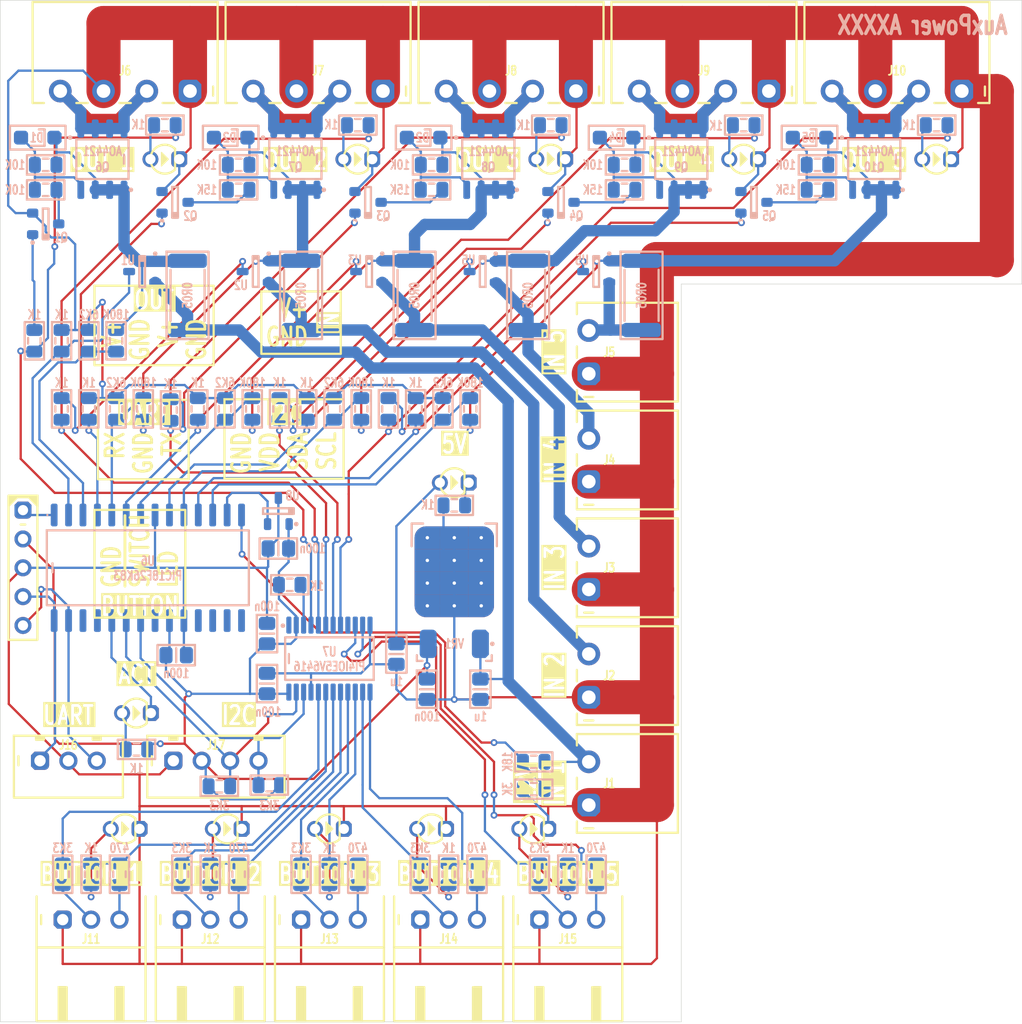
<source format=kicad_pcb>
(kicad_pcb (version 20240108) (generator "pcbnew") (generator_version "8.0")
  (layers (0 "F.Cu" signal) (31 "B.Cu" signal) (34 "B.Paste" user) (35 "F.Paste" user) (36 "B.SilkS" user "B.Silkscreen") (37 "F.SilkS" user "F.Silkscreen") (38 "B.Mask" user) (39 "F.Mask" user) (44 "Edge.Cuts" user))
  (net 0 "")
  (net 1 "GND")
  (net 2 "GATE1")
  (net 3 "GATE2")
  (net 4 "GATE5")
  (net 5 "GATE4")
  (net 6 "GATE3")
  (net 7 "COLLECTOR1")
  (net 8 "COLLECTOR5")
  (net 9 "COLLECTOR4")
  (net 10 "COLLECTOR3")
  (net 11 "COLLECTOR2")
  (net 12 "LED_BUTTON_INT_1")
  (net 13 "LED_BUTTON_INT_2")
  (net 14 "LED_BUTTON_INT_3")
  (net 15 "LED_BUTTON_INT_4")
  (net 16 "LED_BUTTON_INT_5")
  (net 17 "LED_OUT_1")
  (net 18 "LED_OUT_2")
  (net 19 "LED_OUT_3")
  (net 20 "LED_OUT_4")
  (net 21 "LED_OUT_5")
  (net 22 "BASE5")
  (net 23 "BASE4")
  (net 24 "BASE3")
  (net 25 "BASE2")
  (net 26 "BASE1")
  (net 27 "OUT_OUTPUT4")
  (net 28 "OUTPUT3")
  (net 29 "OUT_OUTPUT5")
  (net 30 "OUTPUT4")
  (net 31 "OUTPUT5")
  (net 32 "OUTPUT2")
  (net 33 "OUTPUT1")
  (net 34 "OUT_OUTPUT3")
  (net 35 "OUT_OUTPUT2")
  (net 36 "OUT_OUTPUT1")
  (net 37 "INPUT1")
  (net 38 "INPUT1'")
  (net 39 "INPUT2'")
  (net 40 "INPUT2")
  (net 41 "INPUT3")
  (net 42 "INPUT3'")
  (net 43 "INPUT4")
  (net 44 "INPUT4'")
  (net 45 "INPUT5")
  (net 46 "INPUT5'")
  (net 47 "BUTTON2_SWITCH")
  (net 48 "BUTTON2_LED")
  (net 49 "BUTTON1_LED")
  (net 50 "BUTTON1_SWITCH")
  (net 51 "IN_BUTTON1_SWITCH")
  (net 52 "OUT_BUTTON1_LED")
  (net 53 "OUT_BUTTON2_LED")
  (net 54 "IN_BUTTON2_SWITCH")
  (net 55 "BUTTON3_SWITCH")
  (net 56 "BUTTON3_LED")
  (net 57 "BUTTON4_SWITCH")
  (net 58 "BUTTON4_LED")
  (net 59 "BUTTON5_SWITCH")
  (net 60 "BUTTON5_LED")
  (net 61 "IN_BUTTON3_SWITCH")
  (net 62 "IN_BUTTON5_SWITCH")
  (net 63 "IN_BUTTON4_SWITCH")
  (net 64 "ADC_CURRENT5")
  (net 65 "ADC_VOLTAGE5")
  (net 66 "ADC_VOLTAGE1")
  (net 67 "ADC_CURRENT1")
  (net 68 "ADC_VOLTAGE4")
  (net 69 "ADC_VOLTAGE2")
  (net 70 "ADC_CURRENT2")
  (net 71 "ADC_CURRENT3")
  (net 72 "ADC_VOLTAGE3")
  (net 73 "ADC_CURRENT4")
  (net 74 "ADC_VOLTAGE_IN")
  (net 75 "5V")
  (net 76 "I2C_SCL")
  (net 77 "I2C_SDA")
  (net 78 "ICSP_VPP")
  (net 79 "UART_RX ICSP_DAT")
  (net 80 "UART_TX ICSP_CLK")
  (net 81 "ADC_TEMPERATURE")
  (net 82 "LED_POWER")
  (net 83 "LED_ACTIVITY")
  (net 84 "OUT_ACTIVITY")
  (net 85 "EXPANDER_RESET")
  (net 86 "OUT_BUTTON3_LED")
  (net 87 "OUT_BUTTON4_LED")
  (net 88 "OUT_BUTTON5_LED")
  (footprint "Medo64:DS (D3.0)" (layer "F.Cu") (at 80.5 29 180)
    (property "Reference" "DS9" (hide yes))
    (property "Value" "LED" (hide yes))
  )
  (footprint "Medo64:J Phoenix MC (4w)" (layer "F.Cu") (at 43 23 180)
    (property "Reference" "J7")
    (property "Value" "MC 1,5/4")
  )
  (footprint "Medo64:DS (D3.0)" (layer "F.Cu") (at 44 88 180)
    (property "Reference" "DS3" (hide yes))
    (property "Value" "LED" (hide yes))
  )
  (footprint "Medo64:J Phoenix MC (4w)" (layer "F.Cu") (at 94 23 180)
    (property "Reference" "J10")
    (property "Value" "MC 1,5/4")
  )
  (footprint "Medo64:DS (D3.0)" (layer "F.Cu") (at 62 88 180)
    (property "Reference" "DS5" (hide yes))
    (property "Value" "LED" (hide yes))
  )
  (footprint "Medo64:J Phoenix MC (4w)" (layer "F.Cu") (at 60 23 180)
    (property "Reference" "J8")
    (property "Value" "MC 1,5/4")
  )
  (footprint "Medo64:DS (D3.0)" (layer "F.Cu") (at 27 77.8 180)
    (property "Reference" "DS12" (hide yes))
    (property "Value" "LED" (hide yes))
  )
  (footprint "Medo64:ICSP PIC Pogo (5w)" (layer "F.Cu") (at 17 65 -90)
    (property "Reference" "ICSP" (hide yes))
    (property "Value" "Microchip PIC" (hide yes))
  )
  (footprint "Medo64:DS (D3.0)" (layer "F.Cu") (at 63.5 29 180)
    (property "Reference" "DS8" (hide yes))
    (property "Value" "LED" (hide yes))
  )
  (footprint "Medo64:J Phoenix MC (2w)" (layer "F.Cu") (at 66.85 65 90)
    (property "Reference" "J3")
    (property "Value" "MC 1,5/2")
  )
  (footprint "Medo64:J JST XH S (3w)" (layer "F.Cu") (at 33.5 96)
    (property "Reference" "J12")
    (property "Value" "S3B-XH-A")
  )
  (footprint "Medo64:J JST XH S (3w)" (layer "F.Cu") (at 54.5 96)
    (property "Reference" "J14")
    (property "Value" "S3B-XH-A")
  )
  (footprint "Medo64:DS (D3.0)" (layer "F.Cu") (at 26 88 180)
    (property "Reference" "DS1" (hide yes))
    (property "Value" "LED" (hide yes))
  )
  (footprint "Medo64:J Phoenix MC (4w)" (layer "F.Cu") (at 77 23 180)
    (property "Reference" "J9")
    (property "Value" "MC 1,5/4")
  )
  (footprint "Medo64:DS (D3.0)" (layer "F.Cu") (at 35 88 180)
    (property "Reference" "DS2" (hide yes))
    (property "Value" "LED" (hide yes))
  )
  (footprint "Medo64:J JST XH B [I2C] (4w)" (layer "F.Cu") (at 34 82)
    (property "Reference" "J17")
    (property "Value" "B4B-XH-A")
  )
  (footprint "Medo64:DS (D3.0)" (layer "F.Cu") (at 29.5 29 180)
    (property "Reference" "DS6" (hide yes))
    (property "Value" "LED" (hide yes))
  )
  (footprint "Medo64:J JST XH S (3w)" (layer "F.Cu") (at 44 96)
    (property "Reference" "J13")
    (property "Value" "S3B-XH-A")
  )
  (footprint "Medo64:J JST XH S (3w)" (layer "F.Cu") (at 65 96)
    (property "Reference" "J15")
    (property "Value" "S3B-XH-A")
  )
  (footprint "Medo64:DS (D3.0)" (layer "F.Cu") (at 97.5 29 180)
    (property "Reference" "DS10" (hide yes))
    (property "Value" "LED" (hide yes))
  )
  (footprint "Medo64:DS (D3.0)" (layer "F.Cu") (at 46.5 29 180)
    (property "Reference" "DS7" (hide yes))
    (property "Value" "LED" (hide yes))
  )
  (footprint "Medo64:J Phoenix MC (2w)" (layer "F.Cu") (at 66.85 74.5 90)
    (property "Reference" "J2")
    (property "Value" "MC 1,5/2")
  )
  (footprint "Medo64:DS (D3.0)" (layer "F.Cu") (at 55 57.5 180)
    (property "Reference" "DS11" (hide yes))
    (property "Value" "LED" (hide yes))
  )
  (footprint "Medo64:J JST XH S (3w)" (layer "F.Cu") (at 23 96)
    (property "Reference" "J11")
    (property "Value" "S3B-XH-A")
  )
  (footprint "Medo64:DS (D3.0)" (layer "F.Cu") (at 53 88 180)
    (property "Reference" "DS4" (hide yes))
    (property "Value" "LED" (hide yes))
  )
  (footprint "Medo64:J Phoenix MC (2w)" (layer "F.Cu") (at 66.85 46 90)
    (property "Reference" "J5")
    (property "Value" "MC 1,5/2")
  )
  (footprint "Medo64:J Phoenix MC (2w)" (layer "F.Cu") (at 66.85 84 90)
    (property "Reference" "J1")
    (property "Value" "MC 1,5/2")
  )
  (footprint "Medo64:J Phoenix MC (2w)" (layer "F.Cu") (at 66.85 55.5 90)
    (property "Reference" "J4")
    (property "Value" "MC 1,5/2")
  )
  (footprint "Medo64:J JST XH B [UART] (3w)" (layer "F.Cu") (at 21 82)
    (property "Reference" "J16")
    (property "Value" "B3B-XH-A")
  )
  (footprint "Medo64:J Phoenix MC (4w)" (layer "F.Cu") (at 26 23 180)
    (property "Reference" "J6")
    (property "Value" "MC 1,5/4")
  )
  (footprint "Medo64:C (0805)" (layer "B.Cu") (at 57.3 75.7 90)
    (property "Reference" "C7" (hide yes))
    (property "Value" "1u")
  )
  (footprint "Medo64:R (0805)" (layer "B.Cu") (at 63.5 26)
    (property "Reference" "R23" (hide yes))
    (property "Value" "1K")
  )
  (footprint "Medo64:U Current Monitor [ZXCT1009] (SOT23-3)" (layer "B.Cu") (at 27.5 38.9 -90)
    (property "Reference" "U1")
    (property "Value" "ZXCT1009" (hide yes))
  )
  (footprint "Medo64:C (0805)" (layer "B.Cu") (at 52.6 75.7 90)
    (property "Reference" "C1" (hide yes))
    (property "Value" "100n")
  )
  (footprint "Medo64:R (0805)" (layer "B.Cu") (at 34.8 51 90)
    (property "Reference" "R44" (hide yes))
    (property "Value" "6K2")
  )
  (footprint "Medo64:R (2512)" (layer "B.Cu") (at 71.5 41 90)
    (property "Reference" "R5" (hide yes))
    (property "Value" "0R05")
  )
  (footprint "Medo64:R (0805)" (layer "B.Cu") (at 70 29.5 180)
    (property "Reference" "R51" (hide yes))
    (property "Value" "10K")
  )
  (footprint "Medo64:R (0805)" (layer "B.Cu") (at 57 92 90)
    (property "Reference" "R9" (hide yes))
    (property "Value" "470")
  )
  (footprint "Medo64:Q Transistor NPN (SOT23-3)" (layer "B.Cu") (at 47.4 32.8 90)
    (property "Reference" "Q3")
    (property "Value" "BC846B,235" (hide yes))
  )
  (footprint "Medo64:Q Transistor NPN (SOT23-3)" (layer "B.Cu") (at 64.4 32.8 90)
    (property "Reference" "Q4")
    (property "Value" "BC846B,235" (hide yes))
  )
  (footprint "Medo64:R (0805)" (layer "B.Cu") (at 25.5 92 90)
    (property "Reference" "R6" (hide yes))
    (property "Value" "470")
  )
  (footprint "Medo64:R (0805)" (layer "B.Cu") (at 32.4 51 90)
    (property "Reference" "R18" (hide yes))
    (property "Value" "1K")
  )
  (footprint "Medo64:R (0805)" (layer "B.Cu") (at 56.4 51 90)
    (property "Reference" "R62" (hide yes))
    (property "Value" "180K")
  )
  (footprint "Medo64:R (0805)" (layer "B.Cu") (at 18 45 -90)
    (property "Reference" "R11" (hide yes))
    (property "Value" "1K")
  )
  (footprint "Medo64:R (0805)" (layer "B.Cu") (at 19 29.5 180)
    (property "Reference" "R47" (hide yes))
    (property "Value" "10K")
  )
  (footprint "Medo64:R (0805)" (layer "B.Cu") (at 20.4 51 90)
    (property "Reference" "R12" (hide yes))
    (property "Value" "1K")
  )
  (footprint "Medo64:Q MOSFET-P (SO-8)" (layer "B.Cu") (at 41 29 90)
    (property "Reference" "Q7")
    (property "Value" "AO4421")
  )
  (footprint "Medo64:R (0805)" (layer "B.Cu") (at 25.2 45 90)
    (property "Reference" "R58" (hide yes))
    (property "Value" "180K")
  )
  (footprint "Medo64:R (0805)" (layer "B.Cu") (at 23 92 90)
    (property "Reference" "R26" (hide yes))
    (property "Value" "1K")
  )
  (footprint "Medo64:R (2512)" (layer "B.Cu") (at 41.5 41 90)
    (property "Reference" "R2" (hide yes))
    (property "Value" "0R05")
  )
  (footprint "Medo64:R (2512)" (layer "B.Cu") (at 31.5 41 90)
    (property "Reference" "R1" (hide yes))
    (property "Value" "0R05")
  )
  (footprint "Medo64:R (0805)" (layer "B.Cu") (at 20.4 45 90)
    (property "Reference" "R16" (hide yes))
    (property "Value" "1K")
  )
  (footprint "Medo64:D Zener (SOD123FL)" (layer "B.Cu") (at 18.3 27.1 180)
    (property "Reference" "D1")
    (property "Value" "BZT52C12" (hide yes))
  )
  (footprint "Medo64:Q MOSFET-P (SO-8)" (layer "B.Cu") (at 24 29 90)
    (property "Reference" "Q6")
    (property "Value" "AO4421")
  )
  (footprint "Medo64:R (0805)" (layer "B.Cu") (at 51.6 51 90)
    (property "Reference" "R20" (hide yes))
    (property "Value" "1K")
  )
  (footprint "Medo64:D Zener (SOD123FL)" (layer "B.Cu") (at 86.3 27.1 180)
    (property "Reference" "D5")
    (property "Value" "BZT52C12" (hide yes))
  )
  (footprint "Medo64:R (0805)" (layer "B.Cu") (at 27.6 51 90)
    (property "Reference" "R59" (hide yes))
    (property "Value" "180K")
  )
  (footprint "Medo64:R (2512)" (layer "B.Cu") (at 61.5 41 90)
    (property "Reference" "R4" (hide yes))
    (property "Value" "0R05")
  )
  (footprint "Medo64:Q MOSFET-P (SO-8)" (layer "B.Cu") (at 75 29 90)
    (property "Reference" "Q9")
    (property "Value" "AO4421")
  )
  (footprint "Medo64:R (0805)" (layer "B.Cu") (at 44.4 51 90)
    (property "Reference" "R45" (hide yes))
    (property "Value" "6K2")
  )
  (footprint "Medo64:D Zener (SOD123FL)" (layer "B.Cu") (at 52.3 27.1 180)
    (property "Reference" "D2")
    (property "Value" "BZT52C12" (hide yes))
  )
  (footprint "Medo64:R (0805)" (layer "B.Cu") (at 42 51 90)
    (property "Reference" "R19" (hide yes))
    (property "Value" "1K")
  )
  (footprint "Medo64:R (0805)" (layer "B.Cu") (at 46.5 92 90)
    (property "Reference" "R8" (hide yes))
    (property "Value" "470")
  )
  (footprint "Medo64:Q MOSFET-P (SO-8)" (layer "B.Cu") (at 92 29 90)
    (property "Reference" "Q10")
    (property "Value" "AO4421")
  )
  (footprint "Medo64:R (0805)" (layer "B.Cu") (at 40.5 66.5 180)
    (property "Reference" "R33" (hide yes))
    (property "Value" "1K")
  )
  (footprint "Medo64:R (0805)" (layer "B.Cu") (at 44 92 90)
    (property "Reference" "R28" (hide yes))
    (property "Value" "1K")
  )
  (footprint "Medo64:R (0805)" (layer "B.Cu") (at 33.5 92 90)
    (property "Reference" "R27" (hide yes))
    (property "Value" "1K")
  )
  (footprint "Medo64:VR Linear 5V 1000mA [AS7805ADTR-G1] (TO252-2')" (layer "B.Cu") (at 55 71.7 180)
    (property "Reference" "VR1")
    (property "Value" "AS7805ADTR" (hide yes))
  )
  (footprint "Medo64:R (0805)" (layer "B.Cu") (at 20.5 92 90)
    (property "Reference" "R35" (hide yes))
    (property "Value" "3K3")
  )
  (footprint "Medo64:R (0805)" (layer "B.Cu") (at 36 31.7 180)
    (property "Reference" "R53" (hide yes))
    (property "Value" "15K")
  )
  (footprint "Medo64:R (0805)" (layer "B.Cu") (at 38.7 84.15)
    (property "Reference" "R41" (hide yes))
    (property "Value" "3K3")
  )
  (footprint "Medo64:R (0805)" (layer "B.Cu") (at 34.3 84.25 180)
    (property "Reference" "R40" (hide yes))
    (property "Value" "3K3")
  )
  (footprint "Medo64:U Micro [PIC18F26K83] (SOIC-28)" (layer "B.Cu") (at 28 65 -90)
    (property "Reference" "U6")
    (property "Value" "PIC18F26K83")
  )
  (footprint "Medo64:R (0805)" (layer "B.Cu") (at 97.5 26)
    (property "Reference" "R25" (hide yes))
    (property "Value" "1K")
  )
  (footprint "Medo64:R (0805)" (layer "B.Cu") (at 29.5 26)
    (property "Reference" "R21" (hide yes))
    (property "Value" "1K")
  )
  (footprint "Medo64:C (0805)" (layer "B.Cu") (at 30.5 72.7)
    (property "Reference" "C5" (hide yes))
    (property "Value" "100n")
  )
  (footprint "Medo64:R (0805)" (layer "B.Cu") (at 36 92 90)
    (property "Reference" "R7" (hide yes))
    (property "Value" "470")
  )
  (footprint "Medo64:C (0805)" (layer "B.Cu") (at 38.5 75.2 90)
    (property "Reference" "C2" (hide yes))
    (property "Value" "100n")
  )
  (footprint "Medo64:R (0805)" (layer "B.Cu") (at 70 31.7 180)
    (property "Reference" "R55" (hide yes))
    (property "Value" "15K")
  )
  (footprint "Medo64:D Zener (SOD123FL)" (layer "B.Cu") (at 69.3 27.1 180)
    (property "Reference" "D4")
    (property "Value" "BZT52C12" (hide yes))
  )
  (footprint "Medo64:U Expander I2C [PI4IOE5V6416LEX] (TSSOP-24)" (layer "B.Cu") (at 44 73 -90)
    (property "Reference" "U7")
    (property "Value" "PI4IOE5V6416")
  )
  (footprint "Medo64:R (0805)" (layer "B.Cu") (at 87 31.7 180)
    (property "Reference" "R56" (hide yes))
    (property "Value" "15K")
  )
  (footprint "Medo64:C (0805)" (layer "B.Cu") (at 38.5 70.8 90)
    (property "Reference" "C3" (hide yes))
    (property "Value" "100n")
  )
  (footprint "Medo64:R (0805)" (layer "B.Cu") (at 65 92 90)
    (property "Reference" "R30" (hide yes))
    (property "Value" "1K")
  )
  (footprint "Medo64:R (0805)" (layer "B.Cu") (at 36 29.5 180)
    (property "Reference" "R49" (hide yes))
    (property "Value" "10K")
  )
  (footprint "Medo64:R (2512)" (layer "B.Cu") (at 51.5 41 90)
    (property "Reference" "R3" (hide yes))
    (property "Value" "0R05")
  )
  (footprint "Medo64:U Temperature Analog [MCP9701] (SOT23-3)" (layer "B.Cu") (at 39.5 60 180)
    (property "Reference" "U8")
    (property "Value" "MCP9701" (hide yes))
  )
  (footprint "Medo64:R (0805)" (layer "B.Cu") (at 27 81)
    (property "Reference" "R32" (hide yes))
    (property "Value" "1K")
  )
  (footprint "Medo64:R (0805)" (layer "B.Cu") (at 80.5 26)
    (property "Reference" "R24" (hide yes))
    (property "Value" "1K")
  )
  (footprint "Medo64:R (0805)" (layer "B.Cu") (at 54 51 90)
    (property "Reference" "R46" (hide yes))
    (property "Value" "6K2")
  )
  (footprint "Medo64:R (0805)" (layer "B.Cu") (at 52 92 90)
    (property "Reference" "R38" (hide yes))
    (property "Value" "3K3")
  )
  (footprint "Medo64:D Zener (SOD123FL)" (layer "B.Cu") (at 35.3 27.1 180)
    (property "Reference" "D2")
    (property "Value" "BZT52C12" (hide yes))
  )
  (footprint "Medo64:R (0805)" (layer "B.Cu") (at 30 51.1 90)
    (property "Reference" "R13" (hide yes))
    (property "Value" "1K")
  )
  (footprint "Medo64:R (0805)" (layer "B.Cu") (at 31 92 90)
    (property "Reference" "R36" (hide yes))
    (property "Value" "3K3")
  )
  (footprint "Medo64:R (0805)" (layer "B.Cu") (at 22.8 45 90)
    (property "Reference" "R42" (hide yes))
    (property "Value" "6K2")
  )
  (footprint "Medo64:R (0805)" (layer "B.Cu") (at 53 31.7 180)
    (property "Reference" "R54" (hide yes))
    (property "Value" "15K")
  )
  (footprint "Medo64:R (0805)" (layer "B.Cu") (at 39.6 51 90)
    (property "Reference" "R14" (hide yes))
    (property "Value" "1K")
  )
  (footprint "Medo64:R (0805)" (layer "B.Cu") (at 49.2 51 90)
    (property "Reference" "R15" (hide yes))
    (property "Value" "1K")
  )
  (footprint "Medo64:Q Transistor NPN (SOT23-3)" (layer "B.Cu") (at 81.4 32.8 90)
    (property "Reference" "Q5")
    (property "Value" "BC846B,235" (hide yes))
  )
  (footprint "Medo64:R (0805)" (layer "B.Cu") (at 46.8 51 90)
    (property "Reference" "R61" (hide yes))
    (property "Value" "180K")
  )
  (footprint "Medo64:U Current Monitor [ZXCT1009] (SOT23-3)" (layer "B.Cu") (at 57.5 38.9 -90)
    (property "Reference" "U5")
    (property "Value" "ZXCT1009" (hide yes))
  )
  (footprint "Medo64:Q Transistor NPN (SOT23-3)" (layer "B.Cu") (at 30.4 32.8 90)
    (property "Reference" "Q2")
    (property "Value" "BC846B,235" (hide yes))
  )
  (footprint "Medo64:R (0805)" (layer "B.Cu") (at 22.8 51 90)
    (property "Reference" "R17" (hide yes))
    (property "Value" "1K")
  )
  (footprint "Medo64:R (0805)" (layer "B.Cu") (at 19 31.7 180)
    (property "Reference" "R48" (hide yes))
    (property "Value" "10K")
  )
  (footprint "Medo64:R (0805)" (layer "B.Cu") (at 53 29.5 180)
    (property "Reference" "R50" (hide yes))
    (property "Value" "10K")
  )
  (footprint "Medo64:Q Transistor NPN (SOT23-3)" (layer "B.Cu") (at 19 34.7 90)
    (property "Reference" "Q1")
    (property "Value" "BC846B,235" (hide yes))
  )
  (footprint "Medo64:R (0805)" (layer "B.Cu") (at 62 82.1 180)
    (property "Reference" "R57" (hide yes))
    (property "Value" "18K")
  )
  (footprint "Medo64:R (0805)" (layer "B.Cu") (at 37.2 51 90)
    (property "Reference" "R60" (hide yes))
    (property "Value" "180K")
  )
  (footprint "Medo64:C (0805)" (layer "B.Cu") (at 39.5 63.3 180)
    (property "Reference" "C4" (hide yes))
    (property "Value" "100n")
  )
  (footprint "Medo64:U Current Monitor [ZXCT1009] (SOT23-3)" (layer "B.Cu") (at 47.5 38.9 -90)
    (property "Reference" "U3")
    (property "Value" "ZXCT1009" (hide yes))
  )
  (footprint "Medo64:R (0805)" (layer "B.Cu") (at 41.5 92 90)
    (property "Reference" "R37" (hide yes))
    (property "Value" "3K3")
  )
  (footprint "Medo64:R (0805)" (layer "B.Cu") (at 55 59.5)
    (property "Reference" "R31" (hide yes))
    (property "Value" "1K")
  )
  (footprint "Medo64:R (0805)" (layer "B.Cu") (at 62 84.5 180)
    (property "Reference" "R34" (hide yes))
    (property "Value" "3K")
  )
  (footprint "Medo64:R (0805)" (layer "B.Cu") (at 62.5 92 90)
    (property "Reference" "R39" (hide yes))
    (property "Value" "3K3")
  )
  (footprint "Medo64:R (0805)" (layer "B.Cu") (at 54.5 92 90)
    (property "Reference" "R29" (hide yes))
    (property "Value" "1K")
  )
  (footprint "Medo64:R (0805)" (layer "B.Cu") (at 67.5 92 90)
    (property "Reference" "R10" (hide yes))
    (property "Value" "470")
  )
  (footprint "Medo64:Q MOSFET-P (SO-8)" (layer "B.Cu") (at 58 29 90)
    (property "Reference" "Q8")
    (property "Value" "AO4421")
  )
  (footprint "Medo64:U Current Monitor [ZXCT1009] (SOT23-3)" (layer "B.Cu") (at 37.5 38.9 -90)
    (property "Reference" "U2")
    (property "Value" "ZXCT1009" (hide yes))
  )
  (footprint "Medo64:R (0805)" (layer "B.Cu") (at 25.2 51 90)
    (property "Reference" "R43" (hide yes))
    (property "Value" "6K2")
  )
  (footprint "Medo64:R (0805)" (layer "B.Cu") (at 87 29.5 180)
    (property "Reference" "R52" (hide yes))
    (property "Value" "10K")
  )
  (footprint "Medo64:R (0805)" (layer "B.Cu") (at 46.5 26)
    (property "Reference" "R22" (hide yes))
    (property "Value" "1K")
  )
  (footprint "Medo64:C (0805)" (layer "B.Cu") (at 49.9 72.6 90)
    (property "Reference" "C6" (hide yes))
    (property "Value" "1u")
  )
  (footprint "Medo64:U Current Monitor [ZXCT1009] (SOT23-3)" (layer "B.Cu") (at 67.5 38.9 -90)
    (property "Reference" "U5")
    (property "Value" "ZXCT1009" (hide yes))
  )
  (gr_rect (start 34.75 50.15) (end 45.25 57.15) (stroke (width 0.2)) (fill none) (layer "F.SilkS"))
  (gr_rect (start 23.3 40.15) (end 33.8 47.15) (stroke (width 0.2)) (fill none) (layer "F.SilkS"))
  (gr_rect (start 38 40.65) (end 45 46.15) (stroke (width 0.2)) (fill none) (layer "F.SilkS"))
  (gr_rect (start 23.3 59.9) (end 31.3 69.4) (stroke (width 0.2)) (fill none) (layer "F.SilkS"))
  (gr_rect (start 23.6 50.2) (end 31.6 57.2) (stroke (width 0.2)) (fill none) (layer "F.SilkS"))
  (gr_line (start 75 40) (end 75 105) (stroke (width 0.05)) (layer "Edge.Cuts"))
  (gr_line (start 105 15) (end 105 40) (stroke (width 0.05)) (layer "Edge.Cuts"))
  (gr_line (start 15 15) (end 15 105) (stroke (width 0.05)) (layer "Edge.Cuts"))
  (gr_line (start 15 105) (end 75 105) (stroke (width 0.05)) (layer "Edge.Cuts"))
  (gr_line (start 15 15) (end 105 15) (stroke (width 0.05)) (layer "Edge.Cuts"))
  (gr_line (start 75 40) (end 105 40) (stroke (width 0.05)) (layer "Edge.Cuts"))
  (gr_text "AuxPower AXXXX" (at 103.9 17.2 0) (layer "B.SilkS") (effects (font (size 1.6 1.2) (thickness 0.3) (bold yes)) (justify left mirror)))
  (gr_text "OUT 5" (at 92 29.1 0) (layer "F.SilkS" knockout) (effects (font (size 1.6 1.2) (thickness 0.25) (bold yes))))
  (gr_text "GND" (at 36.25 52.9 90) (layer "F.SilkS") (effects (font (size 1.6 1.2) (thickness 0.25) (bold yes)) (justify right)))
  (gr_text "LED" (at 29.8 66.9 90) (layer "F.SilkS") (effects (font (size 1.6 1.2) (thickness 0.25) (bold yes)) (justify left)))
  (gr_text "SDA" (at 41.25 52.9 90) (layer "F.SilkS") (effects (font (size 1.6 1.2) (thickness 0.25) (bold yes)) (justify right)))
  (gr_text "V+" (at 24.8 42.9 90) (layer "F.SilkS") (effects (font (size 1.6 1.2) (thickness 0.25) (bold yes)) (justify right)))
  (gr_text "IN 2" (at 63.85 74.5 90) (layer "F.SilkS" knockout) (effects (font (size 1.6 1.2) (thickness 0.25) (bold yes))))
  (gr_text "~{SWITCH}" (at 27.3 66.9 90) (layer "F.SilkS") (effects (font (size 1.6 1.2) (thickness 0.25) (bold yes)) (justify left)))
  (gr_text "BUTTON 4" (at 54.5 92 0) (layer "F.SilkS" knockout) (effects (font (size 1.6 1.2) (thickness 0.25) (bold yes))))
  (gr_text "12V" (at 61.35 84 90) (layer "F.SilkS" knockout) (effects (font (size 1.6 1.2) (thickness 0.25) (bold yes))))
  (gr_text "OUT 4" (at 75 29.1 0) (layer "F.SilkS" knockout) (effects (font (size 1.6 1.2) (thickness 0.25) (bold yes))))
  (gr_text "V+" (at 42.25 42.15 0) (layer "F.SilkS") (effects (font (size 1.6 1.2) (thickness 0.25) (bold yes)) (justify right)))
  (gr_text "GND" (at 27.3 42.9 90) (layer "F.SilkS") (effects (font (size 1.6 1.2) (thickness 0.25) (bold yes)) (justify right)))
  (gr_text "TX" (at 30.1 52.9 90) (layer "F.SilkS") (effects (font (size 1.6 1.2) (thickness 0.25) (bold yes)) (justify right)))
  (gr_text "BUTTON 1" (at 23 92 0) (layer "F.SilkS" knockout) (effects (font (size 1.6 1.2) (thickness 0.25) (bold yes))))
  (gr_text "OUT" (at 28.55 41.4 0) (layer "F.SilkS" knockout) (effects (font (size 1.6 1.2) (thickness 0.25) (bold yes))))
  (gr_text "GND" (at 32.3 42.9 90) (layer "F.SilkS") (effects (font (size 1.6 1.2) (thickness 0.25) (bold yes)) (justify right)))
  (gr_text "OUT 3" (at 58 29.1 0) (layer "F.SilkS" knockout) (effects (font (size 1.6 1.2) (thickness 0.25) (bold yes))))
  (gr_text "UART" (at 27.6 51.4 0) (layer "F.SilkS" knockout) (effects (font (size 1.6 1.2) (thickness 0.25) (bold yes))))
  (gr_text "BUTTON 3" (at 44 92 0) (layer "F.SilkS" knockout) (effects (font (size 1.6 1.2) (thickness 0.25) (bold yes))))
  (gr_text "OUT 2" (at 41 29.1 0) (layer "F.SilkS" knockout) (effects (font (size 1.6 1.2) (thickness 0.25) (bold yes))))
  (gr_text "UART" (at 21 78 0) (layer "F.SilkS" knockout) (effects (font (size 1.6 1.2) (thickness 0.25) (bold yes))))
  (gr_text "BUTTON" (at 27.3 68.4 0) (layer "F.SilkS" knockout) (effects (font (size 1.6 1.2) (thickness 0.25) (bold yes))))
  (gr_text "IN 5" (at 63.85 46 90) (layer "F.SilkS" knockout) (effects (font (size 1.6 1.2) (thickness 0.25) (bold yes))))
  (gr_text "GND" (at 42.25 44.65 0) (layer "F.SilkS") (effects (font (size 1.6 1.2) (thickness 0.25) (bold yes)) (justify right)))
  (gr_text "ACT" (at 27 74.4 0) (layer "F.SilkS" knockout) (effects (font (size 1.6 1.2) (thickness 0.25) (bold yes))))
  (gr_text "OUT 1" (at 24 29.1 0) (layer "F.SilkS" knockout) (effects (font (size 1.6 1.2) (thickness 0.25) (bold yes))))
  (gr_text "IN" (at 44 43.4 90) (layer "F.SilkS" knockout) (effects (font (size 1.6 1.2) (thickness 0.25) (bold yes))))
  (gr_text "IN 3" (at 63.85 65 90) (layer "F.SilkS" knockout) (effects (font (size 1.6 1.2) (thickness 0.25) (bold yes))))
  (gr_text "IN 4" (at 63.85 55.5 90) (layer "F.SilkS" knockout) (effects (font (size 1.6 1.2) (thickness 0.25) (bold yes))))
  (gr_text "GND" (at 27.6 52.9 90) (layer "F.SilkS") (effects (font (size 1.6 1.2) (thickness 0.25) (bold yes)) (justify right)))
  (gr_text "SCL" (at 43.75 52.9 90) (layer "F.SilkS") (effects (font (size 1.6 1.2) (thickness 0.25) (bold yes)) (justify right)))
  (gr_text "BUTTON 5" (at 65 92 0) (layer "F.SilkS" knockout) (effects (font (size 1.6 1.2) (thickness 0.25) (bold yes))))
  (gr_text "5V" (at 55 54.1 0) (layer "F.SilkS" knockout) (effects (font (size 1.6 1.2) (thickness 0.25) (bold yes))))
  (gr_text "BUTTON 2" (at 33.5 92 0) (layer "F.SilkS" knockout) (effects (font (size 1.6 1.2) (thickness 0.25) (bold yes))))
  (gr_text "I2C" (at 36 78 0) (layer "F.SilkS" knockout) (effects (font (size 1.6 1.2) (thickness 0.25) (bold yes))))
  (gr_text "VDD" (at 38.75 52.9 90) (layer "F.SilkS") (effects (font (size 1.6 1.2) (thickness 0.25) (bold yes)) (justify right)))
  (gr_text "RX" (at 25.1 52.9 90) (layer "F.SilkS") (effects (font (size 1.6 1.2) (thickness 0.25) (bold yes)) (justify right)))
  (gr_text "I2C" (at 40 51.4 0) (layer "F.SilkS" knockout) (effects (font (size 1.6 1.2) (thickness 0.25) (bold yes))))
  (gr_text "IN 1" (at 63.85 84 90) (layer "F.SilkS" knockout) (effects (font (size 1.6 1.2) (thickness 0.25) (bold yes))))
  (gr_text "GND" (at 24.8 66.9 90) (layer "F.SilkS") (effects (font (size 1.6 1.2) (thickness 0.25) (bold yes)) (justify left)))
  (gr_text "V+" (at 29.8 42.9 90) (layer "F.SilkS") (effects (font (size 1.6 1.2) (thickness 0.25) (bold yes)) (justify right)))
  (segment (start 72.85 66.905) (end 72.85 57.405) (width 3) (layer "F.Cu") (net 1))
  (segment (start 63.27 86) (end 66.755 86) (width 0.2) (layer "F.Cu") (net 1))
  (segment (start 66.85 76.405) (end 58.095 76.405) (width 0.2) (layer "F.Cu") (net 1))
  (segment (start 31.715 17) (end 31.715 23) (width 3) (layer "F.Cu") (net 1))
  (segment (start 99.715 23) (end 102.8 23) (width 3) (layer "F.Cu") (net 1))
  (segment (start 27.27 86) (end 27.27 83.23) (width 0.2) (layer "F.Cu") (net 1))
  (segment (start 72.85 57.405) (end 66.85 57.405) (width 3) (layer "F.Cu") (net 1))
  (segment (start 41.5 99.9) (end 52 99.9) (width 0.2) (layer "F.Cu") (net 1))
  (segment (start 27.25 99.9) (end 31 99.9) (width 0.2) (layer "F.Cu") (net 1))
  (segment (start 54.27 86) (end 54.27 88) (width 0.2) (layer "F.Cu") (net 1))
  (segment (start 72.85 76.405) (end 72.85 85.905) (width 3) (layer "F.Cu") (net 1))
  (segment (start 27.27 88) (end 27.27 99.88) (width 0.2) (layer "F.Cu") (net 1))
  (segment (start 64.77 29) (end 65.77 28) (width 0.2) (layer "F.Cu") (net 1))
  (segment (start 58.095 17) (end 58.095 23) (width 3) (layer "F.Cu") (net 1))
  (segment (start 36.27 86) (end 27.27 86) (width 0.2) (layer "F.Cu") (net 1))
  (segment (start 92.095 17) (end 82.715 17) (width 3) (layer "F.Cu") (net 1))
  (segment (start 48.77 28) (end 48.77 23.055) (width 0.2) (layer "F.Cu") (net 1))
  (segment (start 72.85 85.905) (end 66.85 85.905) (width 3) (layer "F.Cu") (net 1))
  (segment (start 45.27 86) (end 45.27 88) (width 0.2) (layer "F.Cu") (net 1))
  (segment (start 27.3 83.2) (end 29.05 83.2) (width 0.2) (layer "F.Cu") (net 1))
  (segment (start 81.77 29) (end 82.77 28) (width 0.2) (layer "F.Cu") (net 1))
  (segment (start 41.5 99.9) (end 41.5 96) (width 0.2) (layer "F.Cu") (net 1))
  (segment (start 15.75 77) (end 21.95 83.2) (width 0.2) (layer "F.Cu") (net 1))
  (segment (start 75.095 17) (end 65.715 17) (width 3) (layer "F.Cu") (net 1))
  (segment (start 36.27 88) (end 36.27 86) (width 0.2) (layer "F.Cu") (net 1))
  (segment (start 102.7 37.8) (end 72.8 37.8) (width 3) (layer "F.Cu") (net 1))
  (segment (start 48.715 17) (end 48.715 23) (width 3) (layer "F.Cu") (net 1))
  (segment (start 82.715 17) (end 82.715 23) (width 3) (layer "F.Cu") (net 1))
  (segment (start 21.95 83.2) (end 27.3 83.2) (width 0.2) (layer "F.Cu") (net 1))
  (segment (start 58.095 17) (end 48.715 17) (width 3) (layer "F.Cu") (net 1))
  (segment (start 98.77 29) (end 99.77 28) (width 0.2) (layer "F.Cu") (net 1))
  (segment (start 66.85 76.405) (end 72.85 76.405) (width 3) (layer "F.Cu") (net 1))
  (segment (start 20.5 99.9) (end 27.25 99.9) (width 0.2) (layer "F.Cu") (net 1))
  (segment (start 27.27 99.88) (end 27.25 99.9) (width 0.2) (layer "F.Cu") (net 1))
  (segment (start 31 99.9) (end 31 96) (width 0.2) (layer "F.Cu") (net 1))
  (segment (start 24.095 17) (end 24.095 23) (width 3) (layer "F.Cu") (net 1))
  (segment (start 52 99.9) (end 62.5 99.9) (width 0.2) (layer "F.Cu") (net 1))
  (segment (start 29.05 83.2) (end 30.25 82) (width 0.2) (layer "F.Cu") (net 1))
  (segment (start 20.5 96) (end 20.5 99.9) (width 0.2) (layer "F.Cu") (net 1))
  (segment (start 72.85 66.905) (end 66.85 66.905) (width 3) (layer "F.Cu") (net 1))
  (segment (start 41.095 17) (end 41.095 23) (width 3) (layer "F.Cu") (net 1))
  (segment (start 36.27 86) (end 45 86) (width 0.2) (layer "F.Cu") (net 1))
  (segment (start 58.095 76.405) (end 57.9 76.6) (width 0.2) (layer "F.Cu") (net 1))
  (segment (start 27.27 83.23) (end 27.3 83.2) (width 0.2) (layer "F.Cu") (net 1))
  (segment (start 31.77 28) (end 31.77 23.055) (width 0.2) (layer "F.Cu") (net 1))
  (segment (start 75.095 17) (end 75.095 23) (width 3) (layer "F.Cu") (net 1))
  (segment (start 99.715 23) (end 99.715 17) (width 3) (layer "F.Cu") (net 1))
  (segment (start 41.095 17) (end 31.715 17) (width 3) (layer "F.Cu") (net 1))
  (segment (start 31.715 17) (end 24.095 17) (width 3) (layer "F.Cu") (net 1))
  (segment (start 31 99.9) (end 41.5 99.9) (width 0.2) (layer "F.Cu") (net 1))
  (segment (start 72.85 57.8) (end 72.85 47.905) (width 3) (layer "F.Cu") (net 1))
  (segment (start 72.85 37.85) (end 72.85 47.905) (width 3) (layer "F.Cu") (net 1))
  (segment (start 82.715 17) (end 75.095 17) (width 3) (layer "F.Cu") (net 1))
  (segment (start 62.5 99.9) (end 72.35 99.9) (width 0.2) (layer "F.Cu") (net 1))
  (segment (start 82.77 28) (end 82.77 23.055) (width 0.2) (layer "F.Cu") (net 1))
  (segment (start 65.715 17) (end 65.715 23) (width 3) (layer "F.Cu") (net 1))
  (segment (start 65.77 28) (end 65.77 23.055) (width 0.2) (layer "F.Cu") (net 1))
  (segment (start 63.27 86) (end 54.27 86) (width 0.2) (layer "F.Cu") (net 1))
  (segment (start 24 48.8) (end 24 41.60001) (width 0.2) (layer "F.Cu") (net 1))
  (segment (start 72.85 47.905) (end 66.85 47.905) (width 3) (layer "F.Cu") (net 1))
  (segment (start 27.27 86) (end 27.27 88) (width 0.2) (layer "F.Cu") (net 1))
  (segment (start 52 99.9) (end 52 96) (width 0.2) (layer "F.Cu") (net 1))
  (segment (start 72.8 37.8) (end 72.85 37.85) (width 3) (layer "F.Cu") (net 1))
  (segment (start 17 65) (end 15.75 66.25) (width 0.2) (layer "F.Cu") (net 1))
  (segment (start 63.27 88) (end 63.27 86) (width 0.2) (layer "F.Cu") (net 1))
  (segment (start 30.77 29) (end 31.77 28) (width 0.2) (layer "F.Cu") (net 1))
  (segment (start 72.35 99.9) (end 72.85 99.4) (width 0.2) (layer "F.Cu") (net 1))
  (segment (start 72.85 99.4) (end 72.85 85.905) (width 0.2) (layer "F.Cu") (net 1))
  (segment (start 102.8 37.9) (end 102.7 37.8) (width 3) (layer "F.Cu") (net 1))
  (segment (start 99.77 28) (end 99.77 23.055) (width 0.2) (layer "F.Cu") (net 1))
  (segment (start 99.715 17) (end 92.095 17) (width 3) (layer "F.Cu") (net 1))
  (segment (start 57.9 76.6) (end 55 76.6) (width 0.2) (layer "F.Cu") (net 1))
  (segment (start 47.77 29) (end 48.77 28) (width 0.2) (layer "F.Cu") (net 1))
  (segment (start 45 86) (end 45.27 86) (width 0.2) (layer "F.Cu") (net 1))
  (segment (start 45 86) (end 54.27 86) (width 0.2) (layer "F.Cu") (net 1))
  (segment (start 102.8 23) (end 102.8 37.9) (width 3) (layer "F.Cu") (net 1))
  (segment (start 15.75 66.25) (end 15.75 77) (width 0.2) (layer "F.Cu") (net 1))
  (segment (start 62.5 99.9) (end 62.5 96) (width 0.2) (layer "F.Cu") (net 1))
  (segment (start 65.715 17) (end 58.095 17) (width 3) (layer "F.Cu") (net 1))
  (segment (start 48.715 17) (end 41.095 17) (width 3) (layer "F.Cu") (net 1))
  (segment (start 72.85 76.405) (end 72.85 66.905) (width 3) (layer "F.Cu") (net 1))
  (segment (start 92.095 17) (end 92.095 23) (width 3) (layer "F.Cu") (net 1))
  (via (at 55 76.6) (size 0.6) (drill 0.3) (layers "F.Cu" "B.Cu") (net 1))
  (via (at 24 48.8) (size 0.6) (drill 0.3) (layers "F.Cu" "B.Cu") (net 1))
  (via (at 24 41.60001) (size 0.6) (drill 0.3) (layers "F.Cu" "B.Cu") (net 1))
  (segment (start 64.77 29) (end 64.77 30.33) (width 0.2) (layer "B.Cu") (net 1))
  (segment (start 17.85 33.75) (end 16.35 33.75) (width 0.2) (layer "B.Cu") (net 1))
  (segment (start 63.27 86.87) (end 61.05 84.65) (width 0.2) (layer "B.Cu") (net 1))
  (segment (start 44.4 50.05) (end 42 50.05) (width 0.2) (layer "B.Cu") (net 1))
  (segment (start 38.6 63.3) (end 38.6 64.9) (width 0.2) (layer "B.Cu") (net 1))
  (segment (start 55 64.35) (end 54.05 63.4) (width 0.2) (layer "B.Cu") (net 1))
  (segment (start 24 50.05) (end 25.2 50.05) (width 0.2) (layer "B.Cu") (net 1))
  (segment (start 47.77 29) (end 47.77 30.33) (width 0.2) (layer "B.Cu") (net 1))
  (segment (start 47.575 73.5) (end 47.575 70.05) (width 0.2) (layer "B.Cu") (net 1))
  (segment (start 31.175 69.65) (end 31.175 72.475) (width 0.2) (layer "B.Cu") (net 1))
  (segment (start 54.9 76.6) (end 52.6 76.6) (width 0.2) (layer "B.Cu") (net 1))
  (segment (start 21 35.9) (end 21.6 36.5) (width 0.2) (layer "B.Cu") (net 1))
  (segment (start 17.85 33.75) (end 19 34.9) (width 0.2) (layer "B.Cu") (net 1))
  (segment (start 31.175 69.65) (end 31.175 65.025) (width 0.2) (layer "B.Cu") (net 1))
  (segment (start 30.77 30.33) (end 29.25 31.85) (width 0.2) (layer "B.Cu") (net 1))
  (segment (start 16.6 21.2) (end 22.295 21.2) (width 0.2) (layer "B.Cu") (net 1))
  (segment (start 16.35 33.75) (end 15.7 33.1) (width 0.2) (layer "B.Cu") (net 1))
  (segment (start 42 50.05) (end 40.85 48.9) (width 0.2) (layer "B.Cu") (net 1))
  (segment (start 55 76.5) (end 54.9 76.6) (width 0.2) (layer "B.Cu") (net 1))
  (segment (start 22.295 21.2) (end 24.095 23) (width 0.2) (layer "B.Cu") (net 1))
  (segment (start 57.375 64.35) (end 55 64.35) (width 0.2) (layer "B.Cu") (net 1))
  (segment (start 50.45 48.9) (end 45.55 48.9) (width 0.2) (layer "B.Cu") (net 1))
  (segment (start 81.77 29) (end 81.77 30.33) (width 0.2) (layer "B.Cu") (net 1))
  (segment (start 15.7 22.1) (end 16.6 21.2) (width 0.2) (layer "B.Cu") (net 1))
  (segment (start 49.9 75.7) (end 49.9 73.5) (width 0.2) (layer "B.Cu") (net 1))
  (segment (start 55 64.35) (end 52.625 64.35) (width 0.2) (layer "B.Cu") (net 1))
  (segment (start 38.5 74.3) (end 42.375 74.3) (width 0.2) (layer "B.Cu") (net 1))
  (segment (start 57.3 76.6) (end 54.9 76.6) (width 0.2) (layer "B.Cu") (net 1))
  (segment (start 42.375 74.3) (end 46.775 74.3) (width 0.2) (layer "B.Cu") (net 1))
  (segment (start 31.2 65) (end 38.5 65) (width 0.2) (layer "B.Cu") (net 1))
  (segment (start 81.77 30.33) (end 80.25 31.85) (width 0.2) (layer "B.Cu") (net 1))
  (segment (start 45.55 48.9) (end 44.4 50.05) (width 0.2) (layer "B.Cu") (net 1))
  (segment (start 28.635 60.35) (end 28.635 64.935) (width 0.2) (layer "B.Cu") (net 1))
  (segment (start 54 50.05) (end 51.6 50.05) (width 0.2) (layer "B.Cu") (net 1))
  (segment (start 55 64.35) (end 55 62.35) (width 0.2) (layer "B.Cu") (net 1))
  (segment (start 21.6 44.05) (end 22.8 44.05) (width 0.2) (layer "B.Cu") (net 1))
  (segment (start 32.4 50.05) (end 31.25 48.9) (width 0.2) (layer "B.Cu") (net 1))
  (segment (start 24 50.05) (end 24 48.8) (width 0.2) (layer "B.Cu") (net 1))
  (segment (start 49.9 73.5) (end 47.575 73.5) (width 0.2) (layer "B.Cu") (net 1))
  (segment (start 20.4 44.05) (end 21.6 44.05) (width 0.2) (layer "B.Cu") (net 1))
  (segment (start 17 65) (end 28.7 65) (width 0.2) (layer "B.Cu") (net 1))
  (segment (start 35.95 48.9) (end 34.8 50.05) (width 0.2) (layer "B.Cu") (net 1))
  (segment (start 46.775 74.3) (end 47.575 73.5) (width 0.2) (layer "B.Cu") (net 1))
  (segment (start 21.6 36.5) (end 21.6 44.05) (width 0.2) (layer "B.Cu") (net 1))
  (segment (start 38.5 65) (end 38.5 69.9) (width 0.2) (layer "B.Cu") (net 1))
  (segment (start 28.7 65) (end 31.2 65) (width 0.2) (layer "B.Cu") (net 1))
  (segment (start 26.35 48.9) (end 25.2 50.05) (width 0.2) (layer "B.Cu") (net 1))
  (segment (start 55 68.35) (end 55 66.35) (width 0.2) (layer "B.Cu") (net 1))
  (segment (start 47.77 30.33) (end 46.25 31.85) (width 0.2) (layer "B.Cu") (net 1))
  (segment (start 52.625 66.35) (end 55 66.35) (width 0.2) (layer "B.Cu") (net 1))
  (segment (start 34.8 50.05) (end 32.4 50.05) (width 0.2) (layer "B.Cu") (net 1))
  (segment (start 63.27 88) (end 63.27 86.87) (width 0.2) (layer "B.Cu") (net 1))
  (segment (start 55 68.35) (end 57.375 68.35) (width 0.2) (layer "B.Cu") (net 1))
  (segment (start 39.5 58.85) (end 39.5 62.4) (width 0.2) (layer "B.Cu") (net 1))
  (segment (start 19.5 35.9) (end 21 35.9) (width 0.2) (layer "B.Cu") (net 1))
  (segment (start 55 68.35) (end 52.625 68.35) (width 0.2) (layer "B.Cu") (net 1))
  (segment (start 39.5 62.4) (end 38.6 63.3) (width 0.2) (layer "B.Cu") (net 1))
  (segment (start 51.6 50.05) (end 50.45 48.9) (width 0.2) (layer "B.Cu") (net 1))
  (segment (start 31.175 65.025) (end 31.2 65) (width 0.2) (layer "B.Cu") (net 1))
  (segment (start 15.7 33.1) (end 15.7 22.1) (width 0.2) (layer "B.Cu") (net 1))
  (segment (start 50.8 76.6) (end 49.9 75.7) (width 0.2) (layer "B.Cu") (net 1))
  (segment (start 19 34.9) (end 19 35.4) (width 0.2) (layer "B.Cu") (net 1))
  (segment (start 22.8 50.05) (end 24 50.05) (width 0.2) (layer "B.Cu") (net 1))
  (segment (start 52.625 62.35) (end 55 62.35) (width 0.2) (layer "B.Cu") (net 1))
  (segment (start 64.77 30.33) (end 63.25 31.85) (width 0.2) (layer "B.Cu") (net 1))
  (segment (start 55 66.35) (end 57.375 66.35) (width 0.2) (layer "B.Cu") (net 1))
  (segment (start 38.6 64.9) (end 38.5 65) (width 0.2) (layer "B.Cu") (net 1))
  (segment (start 55 62.35) (end 57.375 62.35) (width 0.2) (layer "B.Cu") (net 1))
  (segment (start 42.375 74.3) (end 42.375 75.95) (width 0.2) (layer "B.Cu") (net 1))
  (segment (start 52.6 76.6) (end 50.8 76.6) (width 0.2) (layer "B.Cu") (net 1))
  (segment (start 31.25 48.9) (end 26.35 48.9) (width 0.2) (layer "B.Cu") (net 1))
  (segment (start 55 68.35) (end 55 76.5) (width 0.2) (layer "B.Cu") (net 1))
  (segment (start 40.85 48.9) (end 35.95 48.9) (width 0.2) (layer "B.Cu") (net 1))
  (segment (start 28.635 64.935) (end 28.7 65) (width 0.2) (layer "B.Cu") (net 1))
  (segment (start 54.05 63.4) (end 54.05 59.5) (width 0.2) (layer "B.Cu") (net 1))
  (segment (start 55 66.35) (end 55 64.35) (width 0.2) (layer "B.Cu") (net 1))
  (segment (start 30.77 29) (end 30.77 30.33) (width 0.2) (layer "B.Cu") (net 1))
  (segment (start 19 35.4) (end 19.5 35.9) (width 0.2) (layer "B.Cu") (net 1))
  (segment (start 22.8 44.05) (end 22.8 42.80001) (width 0.2) (layer "B.Cu") (net 1))
  (segment (start 22.8 42.80001) (end 24 41.60001) (width 0.2) (layer "B.Cu") (net 1))
  (segment (start 18.05 30.6) (end 21.5 30.6) (width 0.2) (layer "B.Cu") (net 2))
  (segment (start 18.05 29.5) (end 18.05 30.6) (width 0.2) (layer "B.Cu") (net 2))
  (segment (start 18.05 30.6) (end 18.05 31.7) (width 0.2) (layer "B.Cu") (net 2))
  (segment (start 18.05 29.5) (end 18.05 28.325) (width 0.2) (layer "B.Cu") (net 2))
  (segment (start 21.5 30.6) (end 22.095 31.195) (width 0.2) (layer "B.Cu") (net 2))
  (segment (start 18.05 28.325) (end 16.825 27.1) (width 0.2) (layer "B.Cu") (net 2))
  (segment (start 38.5 30.6) (end 35.05 30.6) (width 0.2) (layer "B.Cu") (net 3))
  (segment (start 35.05 30.6) (end 35.05 29.5) (width 0.2) (layer "B.Cu") (net 3))
  (segment (start 35.05 29.5) (end 35.05 28.325) (width 0.2) (layer "B.Cu") (net 3))
  (segment (start 39.095 31.195) (end 38.5 30.6) (width 0.2) (layer "B.Cu") (net 3))
  (segment (start 35.05 31.7) (end 35.05 30.6) (width 0.2) (layer "B.Cu") (net 3))
  (segment (start 35.05 28.325) (end 33.825 27.1) (width 0.2) (layer "B.Cu") (net 3))
  (segment (start 86.05 30.6) (end 89.5 30.6) (width 0.2) (layer "B.Cu") (net 4))
  (segment (start 86.05 28.325) (end 84.825 27.1) (width 0.2) (layer "B.Cu") (net 4))
  (segment (start 86.05 29.5) (end 86.05 28.325) (width 0.2) (layer "B.Cu") (net 4))
  (segment (start 89.5 30.6) (end 90.095 31.195) (width 0.2) (layer "B.Cu") (net 4))
  (segment (start 86.05 30.6) (end 86.05 29.5) (width 0.2) (layer "B.Cu") (net 4))
  (segment (start 86.05 31.7) (end 86.05 30.6) (width 0.2) (layer "B.Cu") (net 4))
  (segment (start 69.05 28.325) (end 67.825 27.1) (width 0.2) (layer "B.Cu") (net 5))
  (segment (start 72.6 30.6) (end 69.05 30.6) (width 0.2) (layer "B.Cu") (net 5))
  (segment (start 73.095 31.095) (end 72.6 30.6) (width 0.2) (layer "B.Cu") (net 5))
  (segment (start 69.05 29.5) (end 69.05 28.325) (width 0.2) (layer "B.Cu") (net 5))
  (segment (start 69.05 30.6) (end 69.05 29.5) (width 0.2) (layer "B.Cu") (net 5))
  (segment (start 69.05 31.7) (end 69.05 30.6) (width 0.2) (layer "B.Cu") (net 5))
  (segment (start 52.05 29.5) (end 52.05 30.6) (width 0.2) (layer "B.Cu") (net 6))
  (segment (start 56.095 31.195) (end 55.5 30.6) (width 0.2) (layer "B.Cu") (net 6))
  (segment (start 52.05 29.5) (end 52.05 28.325) (width 0.2) (layer "B.Cu") (net 6))
  (segment (start 52.05 30.6) (end 52.05 31.7) (width 0.2) (layer "B.Cu") (net 6))
  (segment (start 55.5 30.6) (end 52.05 30.6) (width 0.2) (layer "B.Cu") (net 6))
  (segment (start 52.05 28.325) (end 50.825 27.1) (width 0.2) (layer "B.Cu") (net 6))
  (segment (start 20.15 34.7) (end 20.15 31.9) (width 0.2) (layer "B.Cu") (net 7))
  (segment (start 86.85 32.8) (end 87.95 31.7) (width 0.2) (layer "B.Cu") (net 8))
  (segment (start 82.25 32.8) (end 86.85 32.8) (width 0.2) (layer "B.Cu") (net 8))
  (segment (start 65.55 32.8) (end 69.85 32.8) (width 0.2) (layer "B.Cu") (net 9))
  (segment (start 69.85 32.8) (end 70.95 31.7) (width 0.2) (layer "B.Cu") (net 9))
  (segment (start 52.85 32.8) (end 53.95 31.7) (width 0.2) (layer "B.Cu") (net 10))
  (segment (start 48.55 32.8) (end 52.85 32.8) (width 0.2) (layer "B.Cu") (net 10))
  (segment (start 31.55 32.8) (end 35.85 32.8) (width 0.2) (layer "B.Cu") (net 11))
  (segment (start 35.85 32.8) (end 36.95 31.7) (width 0.2) (layer "B.Cu") (net 11))
  (segment (start 23 89.73) (end 24.73 88) (width 0.2) (layer "F.Cu") (net 12))
  (segment (start 23 94) (end 23 89.73) (width 0.2) (layer "F.Cu") (net 12))
  (via (at 23 94) (size 0.6) (drill 0.3) (layers "F.Cu" "B.Cu") (net 12))
  (segment (start 23 92.95) (end 23 94) (width 0.2) (layer "B.Cu") (net 12))
  (segment (start 33.5 94) (end 33.5 93.5) (width 0.2) (layer "F.Cu") (net 13))
  (segment (start 33.73 93.27) (end 33.73 88) (width 0.2) (layer "F.Cu") (net 13))
  (segment (start 33.5 93.5) (end 33.73 93.27) (width 0.2) (layer "F.Cu") (net 13))
  (via (at 33.5 94) (size 0.6) (drill 0.3) (layers "F.Cu" "B.Cu") (net 13))
  (segment (start 33.5 92.95) (end 33.5 94) (width 0.2) (layer "B.Cu") (net 13))
  (segment (start 44 94) (end 44 89.27) (width 0.2) (layer "F.Cu") (net 14))
  (segment (start 44 89.27) (end 42.73 88) (width 0.2) (layer "F.Cu") (net 14))
  (via (at 44 94) (size 0.6) (drill 0.3) (layers "F.Cu" "B.Cu") (net 14))
  (segment (start 44 92.95) (end 44 94) (width 0.2) (layer "B.Cu") (net 14))
  (segment (start 54.5 94) (end 51.73 91.23) (width 0.2) (layer "F.Cu") (net 15))
  (segment (start 51.73 91.23) (end 51.73 88) (width 0.2) (layer "F.Cu") (net 15))
  (via (at 54.5 94) (size 0.6) (drill 0.3) (layers "F.Cu" "B.Cu") (net 15))
  (segment (start 54.5 92.95) (end 54.5 94) (width 0.2) (layer "B.Cu") (net 15))
  (segment (start 65 94) (end 60.73 89.73) (width 0.2) (layer "F.Cu") (net 16))
  (segment (start 60.73 89.73) (end 60.73 88) (width 0.2) (layer "F.Cu") (net 16))
  (via (at 65 94) (size 0.6) (drill 0.3) (layers "F.Cu" "B.Cu") (net 16))
  (segment (start 65 92.95) (end 65 94) (width 0.2) (layer "B.Cu") (net 16))
  (segment (start 28.23 29) (end 28.23 26.32) (width 0.2) (layer "B.Cu") (net 17))
  (segment (start 45.23 29) (end 45.23 26.32) (width 0.2) (layer "B.Cu") (net 18))
  (segment (start 62.23 29) (end 62.23 26.32) (width 0.2) (layer "B.Cu") (net 19))
  (segment (start 79.23 29) (end 79.23 26.32) (width 0.2) (layer "B.Cu") (net 20))
  (segment (start 96.23 29) (end 96.23 26.32) (width 0.2) (layer "B.Cu") (net 21))
  (segment (start 80.3 34.6) (end 68.8 34.6) (width 0.2) (layer "F.Cu") (net 22))
  (segment (start 68.8 34.6) (end 50.4 53) (width 0.2) (layer "F.Cu") (net 22))
  (via (at 80.3 34.6) (size 0.6) (drill 0.3) (layers "F.Cu" "B.Cu") (net 22))
  (via (at 50.4 53) (size 0.6) (drill 0.3) (layers "F.Cu" "B.Cu") (net 22))
  (segment (start 50.4 51) (end 50.4 53) (width 0.2) (layer "B.Cu") (net 22))
  (segment (start 49.45 50.05) (end 50.4 51) (width 0.2) (layer "B.Cu") (net 22))
  (segment (start 80.25 34.55) (end 80.3 34.6) (width 0.2) (layer "B.Cu") (net 22))
  (segment (start 80.25 33.75) (end 80.25 34.55) (width 0.2) (layer "B.Cu") (net 22))
  (segment (start 56.1 36.9) (end 60.9 36.9) (width 0.2) (layer "F.Cu") (net 23))
  (segment (start 60.9 36.9) (end 63.2 34.6) (width 0.2) (layer "F.Cu") (net 23))
  (segment (start 40.8 52.9) (end 40.8 52.2) (width 0.2) (layer "F.Cu") (net 23))
  (segment (start 40.8 52.2) (end 56.1 36.9) (width 0.2) (layer "F.Cu") (net 23))
  (via (at 40.8 52.9) (size 0.6) (drill 0.3) (layers "F.Cu" "B.Cu") (net 23))
  (via (at 63.2 34.6) (size 0.6) (drill 0.3) (layers "F.Cu" "B.Cu") (net 23))
  (segment (start 39.85 50.05) (end 40.8 51) (width 0.2) (layer "B.Cu") (net 23))
  (segment (start 63.25 34.55) (end 63.2 34.6) (width 0.2) (layer "B.Cu") (net 23))
  (segment (start 40.8 51) (end 40.8 52.9) (width 0.2) (layer "B.Cu") (net 23))
  (segment (start 63.25 33.75) (end 63.25 34.55) (width 0.2) (layer "B.Cu") (net 23))
  (segment (start 31.2 49.600002) (end 31.2 52.68076) (width 0.2) (layer "F.Cu") (net 24))
  (segment (start 46.2 34.600002) (end 31.2 49.600002) (width 0.2) (layer "F.Cu") (net 24))
  (segment (start 31.2 52.68076) (end 31.09038 52.79038) (width 0.2) (layer "F.Cu") (net 24))
  (via (at 46.2 34.600002) (size 0.6) (drill 0.3) (layers "F.Cu" "B.Cu") (net 24))
  (via (at 31.09038 52.79038) (size 0.6) (drill 0.3) (layers "F.Cu" "B.Cu") (net 24))
  (segment (start 30.7 50.15) (end 31.09038 50.54038) (width 0.2) (layer "B.Cu") (net 24))
  (segment (start 31.09038 50.54038) (end 31.09038 52.79038) (width 0.2) (layer "B.Cu") (net 24))
  (segment (start 46.25 33.75) (end 46.25 34.550002) (width 0.2) (layer "B.Cu") (net 24))
  (segment (start 46.25 34.550002) (end 46.2 34.600002) (width 0.2) (layer "B.Cu") (net 24))
  (segment (start 30 50.15) (end 30.7 50.15) (width 0.2) (layer "B.Cu") (net 24))
  (segment (start 22.1 52.4) (end 22.1 40.9) (width 0.2) (layer "F.Cu") (net 25))
  (segment (start 22.1 40.9) (end 28.299999 34.700001) (width 0.2) (layer "F.Cu") (net 25))
  (segment (start 21.6 52.9) (end 22.1 52.4) (width 0.2) (layer "F.Cu") (net 25))
  (segment (start 28.299999 34.700001) (end 29.200001 34.700001) (width 0.2) (layer "F.Cu") (net 25))
  (via (at 21.6 52.9) (size 0.6) (drill 0.3) (layers "F.Cu" "B.Cu") (net 25))
  (via (at 29.200001 34.700001) (size 0.6) (drill 0.3) (layers "F.Cu" "B.Cu") (net 25))
  (segment (start 20.75 50.05) (end 21.6 50.9) (width 0.2) (layer "B.Cu") (net 25))
  (segment (start 29.25 33.75) (end 29.25 34.650002) (width 0.2) (layer "B.Cu") (net 25))
  (segment (start 29.25 34.650002) (end 29.200001 34.700001) (width 0.2) (layer "B.Cu") (net 25))
  (segment (start 21.6 50.9) (end 21.6 52.9) (width 0.2) (layer "B.Cu") (net 25))
  (segment (start 17.85 39.65) (end 18 39.8) (width 0.2) (layer "B.Cu") (net 26))
  (segment (start 18 39.8) (end 18 44.05) (width 0.2) (layer "B.Cu") (net 26))
  (segment (start 17.85 35.65) (end 17.85 39.65) (width 0.2) (layer "B.Cu") (net 26))
  (segment (start 44.7 62.5) (end 44.7 59.3) (width 0.2) (layer "F.Cu") (net 27))
  (segment (start 39.6 54.2) (end 39.6 52.9) (width 0.2) (layer "F.Cu") (net 27))
  (segment (start 44.7 59.3) (end 39.6 54.2) (width 0.2) (layer "F.Cu") (net 27))
  (segment (start 59.75 36.1) (end 68.7 27.15) (width 0.2) (layer "F.Cu") (net 27))
  (segment (start 55.6 36.1) (end 59.75 36.1) (width 0.2) (layer "F.Cu") (net 27))
  (segment (start 39.6 52.1) (end 55.6 36.1) (width 0.2) (layer "F.Cu") (net 27))
  (segment (start 68.7 27.15) (end 81.45 27.15) (width 0.2) (layer "F.Cu") (net 27))
  (segment (start 39.6 52.9) (end 39.6 52.1) (width 0.2) (layer "F.Cu") (net 27))
  (via (at 81.45 27.15) (size 0.6) (drill 0.3) (layers "F.Cu" "B.Cu") (net 27))
  (via (at 39.6 52.9) (size 0.6) (drill 0.3) (layers "F.Cu" "B.Cu") (net 27))
  (via (at 44.7 62.5) (size 0.6) (drill 0.3) (layers "F.Cu" "B.Cu") (net 27))
  (segment (start 39.6 51.95) (end 39.6 52.9) (width 0.2) (layer "B.Cu") (net 27))
  (segment (start 81.45 26) (end 81.45 27.15) (width 0.2) (layer "B.Cu") (net 27))
  (segment (start 44.325 62.875) (end 44.7 62.5) (width 0.2) (layer "B.Cu") (net 27))
  (segment (start 44.325 70.05) (end 44.325 62.875) (width 0.2) (layer "B.Cu") (net 27))
  (segment (start 59.405 25.5) (end 61.905 23) (width 1) (layer "F.Cu") (net 28))
  (segment (start 56.785 25.5) (end 59.405 25.5) (width 1) (layer "F.Cu") (net 28))
  (segment (start 54.285 23) (end 56.785 25.5) (width 1) (layer "F.Cu") (net 28))
  (segment (start 56.095 26.3) (end 57.365 26.3) (width 1) (layer "B.Cu") (net 28))
  (segment (start 59.905 26.3) (end 58.635 26.3) (width 1) (layer "B.Cu") (net 28))
  (segment (start 61.905 23) (end 59.905 25) (width 1) (layer "B.Cu") (net 28))
  (segment (start 57.365 26.3) (end 58.635 26.3) (width 1) (layer "B.Cu") (net 28))
  (segment (start 59.905 25) (end 59.905 26.3) (width 1) (layer "B.Cu") (net 28))
  (segment (start 56.095 26.3) (end 56.095 24.81) (width 1) (layer "B.Cu") (net 28))
  (segment (start 56.095 24.81) (end 54.285 23) (width 1) (layer "B.Cu") (net 28))
  (segment (start 45.7 58.5) (end 45.7 56.5) (width 0.2) (layer "F.Cu") (net 29))
  (segment (start 49.2 53) (end 68.9 33.3) (width 0.2) (layer "F.Cu") (net 29))
  (segment (start 79.6 33.3) (end 85.75 27.15) (width 0.2) (layer "F.Cu") (net 29))
  (segment (start 45.7 56.5) (end 49.2 53) (width 0.2) (layer "F.Cu") (net 29))
  (segment (start 68.9 33.3) (end 79.6 33.3) (width 0.2) (layer "F.Cu") (net 29))
  (segment (start 85.75 27.15) (end 98.45 27.15) (width 0.2) (layer "F.Cu") (net 29))
  (segment (start 45.7 62.5) (end 45.7 58.5) (width 0.2) (layer "F.Cu") (net 29))
  (via (at 49.2 53) (size 0.6) (drill 0.3) (layers "F.Cu" "B.Cu") (net 29))
  (via (at 98.45 27.15) (size 0.6) (drill 0.3) (layers "F.Cu" "B.Cu") (net 29))
  (via (at 45.7 62.5) (size 0.6) (drill 0.3) (layers "F.Cu" "B.Cu") (net 29))
  (segment (start 44.975 63.225) (end 45.7 62.5) (width 0.2) (layer "B.Cu") (net 29))
  (segment (start 98.45 26) (end 98.45 27.15) (width 0.2) (layer "B.Cu") (net 29))
  (segment (start 44.975 70.05) (end 44.975 63.225) (width 0.2) (layer "B.Cu") (net 29))
  (segment (start 49.2 51.95) (end 49.2 53) (width 0.2) (layer "B.Cu") (net 29))
  (segment (start 78.905 23) (end 76.405 25.5) (width 1) (layer "F.Cu") (net 30))
  (segment (start 76.405 25.5) (end 73.785 25.5) (width 1) (layer "F.Cu") (net 30))
  (segment (start 73.785 25.5) (end 71.285 23) (width 1) (layer "F.Cu") (net 30))
  (segment (start 76.905 25) (end 78.905 23) (width 1) (layer "B.Cu") (net 30))
  (segment (start 76.905 26.3) (end 76.905 25) (width 1) (layer "B.Cu") (net 30))
  (segment (start 73.095 24.81) (end 71.285 23) (width 1) (layer "B.Cu") (net 30))
  (segment (start 76.905 26.3) (end 75.635 26.3) (width 1) (layer "B.Cu") (net 30))
  (segment (start 73.095 26.3) (end 73.095 24.81) (width 1) (layer "B.Cu") (net 30))
  (segment (start 74.365 26.3) (end 73.095 26.3) (width 1) (layer "B.Cu") (net 30))
  (segment (start 75.635 26.3) (end 74.365 26.3) (width 1) (layer "B.Cu") (net 30))
  (segment (start 93.405 25.5) (end 95.905 23) (width 1) (layer "F.Cu") (net 31))
  (segment (start 88.285 23) (end 90.785 25.5) (width 1) (layer "F.Cu") (net 31))
  (segment (start 90.785 25.5) (end 93.405 25.5) (width 1) (layer "F.Cu") (net 31))
  (segment (start 93.905 26.3) (end 93.905 25) (width 1) (layer "B.Cu") (net 31))
  (segment (start 93.905 25) (end 95.905 23) (width 1) (layer "B.Cu") (net 31))
  (segment (start 90.095 24.81) (end 90.095 26.3) (width 1) (layer "B.Cu") (net 31))
  (segment (start 92.635 26.3) (end 93.905 26.3) (width 1) (layer "B.Cu") (net 31))
  (segment (start 91.365 26.3) (end 92.635 26.3) (width 1) (layer "B.Cu") (net 31))
  (segment (start 88.285 23) (end 90.095 24.81) (width 1) (layer "B.Cu") (net 31))
  (segment (start 90.095 26.3) (end 91.365 26.3) (width 1) (layer "B.Cu") (net 31))
  (segment (start 42.405 25.5) (end 44.905 23) (width 1) (layer "F.Cu") (net 32))
  (segment (start 39.785 25.5) (end 42.405 25.5) (width 1) (layer "F.Cu") (net 32))
  (segment (start 37.285 23) (end 39.785 25.5) (width 1) (layer "F.Cu") (net 32))
  (segment (start 42.905 26.3) (end 42.905 25) (width 1) (layer "B.Cu") (net 32))
  (segment (start 41.635 26.3) (end 42.905 26.3) (width 1) (layer "B.Cu") (net 32))
  (segment (start 40.365 26.3) (end 41.635 26.3) (width 1) (layer "B.Cu") (net 32))
  (segment (start 42.905 25) (end 44.905 23) (width 1) (layer "B.Cu") (net 32))
  (segment (start 39.095 26.3) (end 40.365 26.3) (width 1) (layer "B.Cu") (net 32))
  (segment (start 39.095 24.81) (end 37.285 23) (width 1) (layer "B.Cu") (net 32))
  (segment (start 39.095 26.3) (end 39.095 24.81) (width 1) (layer "B.Cu") (net 32))
  (segment (start 20.285 23) (end 22.785 25.5) (width 1) (layer "F.Cu") (net 33))
  (segment (start 25.405 25.5) (end 27.905 23) (width 1) (layer "F.Cu") (net 33))
  (segment (start 22.785 25.5) (end 25.405 25.5) (width 1) (layer "F.Cu") (net 33))
  (segment (start 25.905 26.3) (end 25.905 25) (width 1) (layer "B.Cu") (net 33))
  (segment (start 25.905 25) (end 27.905 23) (width 1) (layer "B.Cu") (net 33))
  (segment (start 24.635 26.3) (end 25.905 26.3) (width 1) (layer "B.Cu") (net 33))
  (segment (start 22.095 26.3) (end 22.095 24.81) (width 1) (layer "B.Cu") (net 33))
  (segment (start 22.095 24.81) (end 20.285 23) (width 1) (layer "B.Cu") (net 33))
  (segment (start 22.095 26.3) (end 23.365 26.3) (width 1) (layer "B.Cu") (net 33))
  (segment (start 23.365 26.3) (end 24.635 26.3) (width 1) (layer "B.Cu") (net 33))
  (segment (start 30 48.5) (end 30 52.900002) (width 0.2) (layer "F.Cu") (net 34))
  (segment (start 41 56.6) (end 31.1 56.6) (width 0.2) (layer "F.Cu") (net 34))
  (segment (start 30 55.5) (end 30 52.900002) (width 0.2) (layer "F.Cu") (net 34))
  (segment (start 43.7 59.3) (end 41 56.6) (width 0.2) (layer "F.Cu") (net 34))
  (segment (start 31.1 56.6) (end 30 55.5) (width 0.2) (layer "F.Cu") (net 34))
  (segment (start 64.45 27.1) (end 51.4 27.1) (width 0.2) (layer "F.Cu") (net 34))
  (segment (start 51.4 27.1) (end 30 48.5) (width 0.2) (layer "F.Cu") (net 34))
  (segment (start 43.7 62.5) (end 43.7 59.3) (width 0.2) (layer "F.Cu") (net 34))
  (via (at 43.7 62.5) (size 0.6) (drill 0.3) (layers "F.Cu" "B.Cu") (net 34))
  (via (at 30 52.900002) (size 0.6) (drill 0.3) (layers "F.Cu" "B.Cu") (net 34))
  (via (at 64.45 27.1) (size 0.6) (drill 0.3) (layers "F.Cu" "B.Cu") (net 34))
  (segment (start 43.675 62.525) (end 43.7 62.5) (width 0.2) (layer "B.Cu") (net 34))
  (segment (start 64.45 26) (end 64.45 27.05) (width 0.2) (layer "B.Cu") (net 34))
  (segment (start 43.675 70.05) (end 43.675 62.525) (width 0.2) (layer "B.Cu") (net 34))
  (segment (start 30 52.05) (end 30 52.900002) (width 0.2) (layer "B.Cu") (net 34))
  (segment (start 64.45 27.05) (end 64.45 27.1) (width 0.2) (layer "B.Cu") (net 34))
  (segment (start 25 57.5) (end 20.4 52.9) (width 0.2) (layer "F.Cu") (net 35))
  (segment (start 40.4 57.5) (end 25 57.5) (width 0.2) (layer "F.Cu") (net 35))
  (segment (start 20.4 41.5) (end 20.4 52.9) (width 0.2) (layer "F.Cu") (net 35))
  (segment (start 47.45 27.2) (end 34.7 27.2) (width 0.2) (layer "F.Cu") (net 35))
  (segment (start 34.7 27.2) (end 20.4 41.5) (width 0.2) (layer "F.Cu") (net 35))
  (segment (start 42.7 59.8) (end 40.4 57.5) (width 0.2) (layer "F.Cu") (net 35))
  (segment (start 42.7 62.5) (end 42.7 59.8) (width 0.2) (layer "F.Cu") (net 35))
  (via (at 42.7 62.5) (size 0.6) (drill 0.3) (layers "F.Cu" "B.Cu") (net 35))
  (via (at 20.4 52.9) (size 0.6) (drill 0.3) (layers "F.Cu" "B.Cu") (net 35))
  (via (at 47.45 27.2) (size 0.6) (drill 0.3) (layers "F.Cu" "B.Cu") (net 35))
  (segment (start 20.4 51.95) (end 20.4 52.9) (width 0.2) (layer "B.Cu") (net 35))
  (segment (start 47.45 26) (end 47.45 27.2) (width 0.2) (layer "B.Cu") (net 35))
  (segment (start 43.025 70.05) (end 43.025 62.825) (width 0.2) (layer "B.Cu") (net 35))
  (segment (start 43.025 62.825) (end 42.7 62.5) (width 0.2) (layer "B.Cu") (net 35))
  (segment (start 20.3 27.1) (end 19.8 27.6) (width 0.2) (layer "F.Cu") (net 36))
  (segment (start 19.8 58.4) (end 16.8 55.4) (width 0.2) (layer "F.Cu") (net 36))
  (segment (start 30.45 27.1) (end 20.3 27.1) (width 0.2) (layer "F.Cu") (net 36))
  (segment (start 41.7 62.5) (end 41.7 59.9) (width 0.2) (layer "F.Cu") (net 36))
  (segment (start 19.8 27.6) (end 19.8 36.7) (width 0.2) (layer "F.Cu") (net 36))
  (segment (start 40.2 58.4) (end 19.8 58.4) (width 0.2) (layer "F.Cu") (net 36))
  (segment (start 41.7 59.9) (end 40.2 58.4) (width 0.2) (layer "F.Cu") (net 36))
  (segment (start 16.8 55.4) (end 16.8 45.9) (width 0.2) (layer "F.Cu") (net 36))
  (via (at 19.8 36.7) (size 0.6) (drill 0.3) (layers "F.Cu" "B.Cu") (net 36))
  (via (at 16.8 45.9) (size 0.6) (drill 0.3) (layers "F.Cu" "B.Cu") (net 36))
  (via (at 30.45 27.1) (size 0.6) (drill 0.3) (layers "F.Cu" "B.Cu") (net 36))
  (via (at 41.7 62.5) (size 0.6) (drill 0.3) (layers "F.Cu" "B.Cu") (net 36))
  (segment (start 18 45.95) (end 19.2 44.75) (width 0.2) (layer "B.Cu") (net 36))
  (segment (start 18 45.95) (end 16.85 45.95) (width 0.2) (layer "B.Cu") (net 36))
  (segment (start 42.375 63.175) (end 41.7 62.5) (width 0.2) (layer "B.Cu") (net 36))
  (segment (start 19.75 38.2) (end 19.75 36.75) (width 0.2) (layer "B.Cu") (net 36))
  (segment (start 16.85 45.95) (end 16.8 45.9) (width 0.2) (layer "B.Cu") (net 36))
  (segment (start 19.2 38.75) (end 19.75 38.2) (width 0.2) (layer "B.Cu") (net 36))
  (segment (start 19.75 36.75) (end 19.8 36.7) (width 0.2) (layer "B.Cu") (net 36))
  (segment (start 19.2 44.75) (end 19.2 38.75) (width 0.2) (layer "B.Cu") (net 36))
  (segment (start 30.45 26) (end 30.45 27.1) (width 0.2) (layer "B.Cu") (net 36))
  (segment (start 42.375 70.05) (end 42.375 63.175) (width 0.2) (layer "B.Cu") (net 36))
  (segment (start 57.3 74.8) (end 59.555 74.8) (width 0.2) (layer "B.Cu") (net 37))
  (segment (start 57.3 74.8) (end 57.3 71.7) (width 0.2) (layer "B.Cu") (net 37))
  (segment (start 36.05 44.05) (end 38 46) (width 1) (layer "B.Cu") (net 37))
  (segment (start 59.75 50.35) (end 59.75 74.995) (width 1) (layer "B.Cu") (net 37))
  (segment (start 28.65 39.85) (end 28.65 39.9) (width 1) (layer "B.Cu") (net 37))
  (segment (start 62.95 82.1) (end 66.845 82.1) (width 0.2) (layer "B.Cu") (net 37))
  (segment (start 28.65 39.9) (end 31.5 42.75) (width 1) (layer "B.Cu") (net 37))
  (segment (start 59.555 74.8) (end 59.75 74.995) (width 0.2) (layer "B.Cu") (net 37))
  (segment (start 47.7 47.4) (end 56.8 47.4) (width 1) (layer "B.Cu") (net 37))
  (segment (start 59.75 74.995) (end 66.85 82.095) (width 1) (layer "B.Cu") (net 37))
  (segment (start 31.5 42.75) (end 31.5 44.05) (width 1) (layer "B.Cu") (net 37))
  (segment (start 56.8 47.4) (end 59.75 50.35) (width 1) (layer "B.Cu") (net 37))
  (segment (start 31.5 44.05) (end 36.05 44.05) (width 1) (layer "B.Cu") (net 37))
  (segment (start 46.3 46) (end 47.7 47.4) (width 1) (layer "B.Cu") (net 37))
  (segment (start 38 46) (end 46.3 46) (width 1) (layer "B.Cu") (net 37))
  (segment (start 27.5 39.8) (end 27.5 38.3) (width 0.2) (layer "B.Cu") (net 38))
  (segment (start 23.365 30.665) (end 23.365 31.7) (width 0.2) (layer "B.Cu") (net 38))
  (segment (start 19.95 29.5) (end 19.95 28.4) (width 0.2) (layer "B.Cu") (net 38))
  (segment (start 21.1 28.4) (end 23.365 30.665) (width 0.2) (layer "B.Cu") (net 38))
  (segment (start 19.95 28.4) (end 19.95 27.375) (width 0.2) (layer "B.Cu") (net 38))
  (segment (start 24.635 31.7) (end 23.365 31.7) (width 1) (layer "B.Cu") (net 38))
  (segment (start 25.905 31.7) (end 25.905 36.705) (width 1) (layer "B.Cu") (net 38))
  (segment (start 27.2 38) (end 31.45 38) (width 1) (layer "B.Cu") (net 38))
  (segment (start 25.35 44.05) (end 27.5 41.9) (width 0.2) (layer "B.Cu") (net 38))
  (segment (start 27.5 38.3) (end 27.2 38) (width 0.2) (layer "B.Cu") (net 38))
  (segment (start 27.5 41.9) (end 27.5 39.8) (width 0.2) (layer "B.Cu") (net 38))
  (segment (start 19.95 28.4) (end 21.1 28.4) (width 0.2) (layer "B.Cu") (net 38))
  (segment (start 24.635 31.7) (end 25.905 31.7) (width 1) (layer "B.Cu") (net 38))
  (segment (start 25.905 36.705) (end 27.2 38) (width 1) (layer "B.Cu") (net 38))
  (segment (start 37.5 38) (end 27.6 47.9) (width 0.2) (layer "F.Cu") (net 39))
  (segment (start 27.6 47.9) (end 27.6 52.9) (width 0.2) (layer "F.Cu") (net 39))
  (via (at 27.6 52.9) (size 0.6) (drill 0.3) (layers "F.Cu" "B.Cu") (net 39))
  (via (at 37.5 38) (size 0.6) (drill 0.3) (layers "F.Cu" "B.Cu") (net 39))
  (segment (start 40.365 31.7) (end 41.635 31.7) (width 1) (layer "B.Cu") (net 39))
  (segment (start 41.635 31.7) (end 42.905 31.7) (width 1) (layer "B.Cu") (net 39))
  (segment (start 36.95 29.5) (end 36.95 28.4) (width 0.2) (layer "B.Cu") (net 39))
  (segment (start 27.6 51.95) (end 27.6 53) (width 0.2) (layer "B.Cu") (net 39))
  (segment (start 39.6 37.95) (end 41.5 37.95) (width 1) (layer "B.Cu") (net 39))
  (segment (start 37.55 37.95) (end 37.5 38) (width 0.2) (layer "B.Cu") (net 39))
  (segment (start 38.65 37.95) (end 37.55 37.95) (width 0.2) (layer "B.Cu") (net 39))
  (segment (start 39.635 37.915) (end 39.6 37.95) (width 1) (layer "B.Cu") (net 39))
  (segment (start 38.1 28.4) (end 40.365 30.665) (width 0.2) (layer "B.Cu") (net 39))
  (segment (start 40.365 30.665) (end 40.365 31.7) (width 0.2) (layer "B.Cu") (net 39))
  (segment (start 36.95 28.4) (end 36.95 27.275) (width 0.2) (layer "B.Cu") (net 39))
  (segment (start 36.95 28.4) (end 38.1 28.4) (width 0.2) (layer "B.Cu") (net 39))
  (segment (start 38.65 37.95) (end 39.6 37.95) (width 1) (layer "B.Cu") (net 39))
  (segment (start 41.635 31.7) (end 41.635 37.815) (width 1) (layer "B.Cu") (net 39))
  (segment (start 41.635 37.815) (end 41.5 37.95) (width 1) (layer "B.Cu") (net 39))
  (segment (start 62 67.745) (end 66.85 72.595) (width 1) (layer "B.Cu") (net 40))
  (segment (start 41.5 42.7) (end 38.65 39.85) (width 1) (layer "B.Cu") (net 40))
  (segment (start 47.15 44.05) (end 49.1 46) (width 1) (layer "B.Cu") (net 40))
  (segment (start 57.4 46) (end 62 50.6) (width 1) (layer "B.Cu") (net 40))
  (segment (start 49.1 46) (end 57.4 46) (width 1) (layer "B.Cu") (net 40))
  (segment (start 62 50.6) (end 62 67.745) (width 1) (layer "B.Cu") (net 40))
  (segment (start 41.5 43.55) (end 41.5 42.7) (width 1) (layer "B.Cu") (net 40))
  (segment (start 41.5 44.05) (end 47.15 44.05) (width 1) (layer "B.Cu") (net 40))
  (segment (start 41.5 42.7) (end 41.5 44.05) (width 1) (layer "B.Cu") (net 40))
  (segment (start 51.5 44.05) (end 51.5 42.7) (width 1) (layer "B.Cu") (net 41))
  (segment (start 51.5 42.7) (end 48.7 39.9) (width 0.2) (layer "B.Cu") (net 41))
  (segment (start 51.5 42.7) (end 48.65 39.85) (width 1) (layer "B.Cu") (net 41))
  (segment (start 66.85 63.095) (end 64.25 60.495) (width 1) (layer "B.Cu") (net 41))
  (segment (start 64.25 60.495) (end 64.25 50.85) (width 1) (layer "B.Cu") (net 41))
  (segment (start 57.45 44.05) (end 51.5 44.05) (width 1) (layer "B.Cu") (net 41))
  (segment (start 64.25 50.85) (end 57.45 44.05) (width 1) (layer "B.Cu") (net 41))
  (segment (start 51.5 43.55) (end 51.5 42.7) (width 0.2) (layer "B.Cu") (net 41))
  (segment (start 37.2 48.3) (end 37.2 52.9) (width 0.2) (layer "F.Cu") (net 42))
  (segment (start 47.5 38) (end 37.2 48.3) (width 0.2) (layer "F.Cu") (net 42))
  (via (at 37.2 52.9) (size 0.6) (drill 0.3) (layers "F.Cu" "B.Cu") (net 42))
  (via (at 47.5 38) (size 0.6) (drill 0.3) (layers "F.Cu" "B.Cu") (net 42))
  (segment (start 53.95 28.4) (end 53.95 27.275) (width 0.2) (layer "B.Cu") (net 42))
  (segment (start 52.4 34.75) (end 56.4 34.75) (width 1) (layer "B.Cu") (net 42))
  (segment (start 51.5 35.65) (end 52.4 34.75) (width 1) (layer "B.Cu") (net 42))
  (segment (start 56.4 34.75) (end 57.365 33.785) (width 1) (layer "B.Cu") (net 42))
  (segment (start 53.95 28.4) (end 55.1 28.4) (width 0.2) (layer "B.Cu") (net 42))
  (segment (start 58.635 31.7) (end 57.365 31.7) (width 1) (layer "B.Cu") (net 42))
  (segment (start 57.365 33.785) (end 57.365 31.7) (width 1) (layer "B.Cu") (net 42))
  (segment (start 57.365 30.665) (end 57.365 31.7) (width 0.2) (layer "B.Cu") (net 42))
  (segment (start 53.95 29.5) (end 53.95 28.4) (width 0.2) (layer "B.Cu") (net 42))
  (segment (start 55.1 28.4) (end 57.365 30.665) (width 0.2) (layer "B.Cu") (net 42))
  (segment (start 37.2 51.95) (end 37.2 52.9) (width 0.2) (layer "B.Cu") (net 42))
  (segment (start 48.65 37.95) (end 47.55 37.95) (width 0.2) (layer "B.Cu") (net 42))
  (segment (start 51.5 37.95) (end 51.5 35.65) (width 1) (layer "B.Cu") (net 42))
  (segment (start 47.55 37.95) (end 47.5 38) (width 0.2) (layer "B.Cu") (net 42))
  (segment (start 48.65 37.95) (end 51.5 37.95) (width 1) (layer "B.Cu") (net 42))
  (segment (start 58.635 31.7) (end 59.905 31.7) (width 1) (layer "B.Cu") (net 42))
  (segment (start 58.65 39.9) (end 58.7 39.9) (width 1) (layer "B.Cu") (net 43))
  (segment (start 58.7 39.9) (end 61.5 42.7) (width 1) (layer "B.Cu") (net 43))
  (segment (start 61.5 46) (end 61.5 44.05) (width 1) (layer "B.Cu") (net 43))
  (segment (start 66.85 51.35) (end 61.5 46) (width 1) (layer "B.Cu") (net 43))
  (segment (start 61.5 42.7) (end 61.5 44.05) (width 1) (layer "B.Cu") (net 43))
  (segment (start 66.85 53.595) (end 66.85 51.35) (width 1) (layer "B.Cu") (net 43))
  (segment (start 46.8 48.7) (end 57.5 38) (width 0.2) (layer "F.Cu") (net 44))
  (segment (start 46.8 52.9) (end 46.8 48.7) (width 0.2) (layer "F.Cu") (net 44))
  (via (at 46.8 52.9) (size 0.6) (drill 0.3) (layers "F.Cu" "B.Cu") (net 44))
  (via (at 57.5 38) (size 0.6) (drill 0.3) (layers "F.Cu" "B.Cu") (net 44))
  (segment (start 58.7 37.95) (end 58.65 38) (width 1) (layer "B.Cu") (net 44))
  (segment (start 72.1 28.4) (end 74.365 30.665) (width 0.2) (layer "B.Cu") (net 44))
  (segment (start 66.5 35.3) (end 63.85 37.95) (width 1) (layer "B.Cu") (net 44))
  (segment (start 61.5 37.95) (end 58.7 37.95) (width 1) (layer "B.Cu") (net 44))
  (segment (start 74.365 30.665) (end 74.365 31.7) (width 0.2) (layer "B.Cu") (net 44))
  (segment (start 74.365 33.635) (end 72.7 35.3) (width 1) (layer "B.Cu") (net 44))
  (segment (start 63.85 37.95) (end 61.5 37.95) (width 1) (layer "B.Cu") (net 44))
  (segment (start 74.365 31.7) (end 74.365 33.635) (width 1) (layer "B.Cu") (net 44))
  (segment (start 46.8 51.95) (end 46.8 52.8) (width 0.2) (layer "B.Cu") (net 44))
  (segment (start 72.7 35.3) (end 66.5 35.3) (width 1) (layer "B.Cu") (net 44))
  (segment (start 70.95 28.4) (end 72.1 28.4) (width 0.2) (layer "B.Cu") (net 44))
  (segment (start 75.635 31.7) (end 76.905 31.7) (width 1) (layer "B.Cu") (net 44))
  (segment (start 58.65 37.95) (end 57.55 37.95) (width 0.2) (layer "B.Cu") (net 44))
  (segment (start 75.635 31.7) (end 74.365 31.7) (width 1) (layer "B.Cu") (net 44))
  (segment (start 70.95 29.5) (end 70.95 28.4) (width 0.2) (layer "B.Cu") (net 44))
  (segment (start 70.95 28.4) (end 70.95 27.275) (width 0.2) (layer "B.Cu") (net 44))
  (segment (start 57.55 37.95) (end 57.5 38) (width 0.2) (layer "B.Cu") (net 44))
  (segment (start 68.65 39.9) (end 68.65 43.95) (width 1) (layer "B.Cu") (net 45))
  (segment (start 68.65 43.95) (end 68.75 44.05) (width 1) (layer "B.Cu") (net 45))
  (segment (start 68.75 44.05) (end 66.895 44.05) (width 1) (layer "B.Cu") (net 45))
  (segment (start 71.5 44.05) (end 68.75 44.05) (width 1) (layer "B.Cu") (net 45))
  (segment (start 67.55 38) (end 67.55 38.55) (width 0.2) (layer "F.Cu") (net 46))
  (segment (start 56.4 49.7) (end 56.4 52.9) (width 0.2) (layer "F.Cu") (net 46))
  (segment (start 67.55 38.55) (end 56.4 49.7) (width 0.2) (layer "F.Cu") (net 46))
  (via (at 56.4 52.9) (size 0.6) (drill 0.3) (layers "F.Cu" "B.Cu") (net 46))
  (via (at 67.55 38) (size 0.6) (drill 0.3) (layers "F.Cu" "B.Cu") (net 46))
  (segment (start 91.365 30.665) (end 91.365 31.7) (width 0.2) (layer "B.Cu") (net 46))
  (segment (start 91.365 31.7) (end 92.635 31.7) (width 1) (layer "B.Cu") (net 46))
  (segment (start 92.635 31.7) (end 93.905 31.7) (width 1) (layer "B.Cu") (net 46))
  (segment (start 87.95 29.5) (end 87.95 28.4) (width 0.2) (layer "B.Cu") (net 46))
  (segment (start 92.635 31.7) (end 92.635 33.815) (width 1) (layer "B.Cu") (net 46))
  (segment (start 56.4 51.95) (end 56.4 53.000004) (width 0.2) (layer "B.Cu") (net 46))
  (segment (start 92.635 33.815) (end 88.5 37.95) (width 1) (layer "B.Cu") (net 46))
  (segment (start 68.65 37.95) (end 67.6 37.95) (width 0.2) (layer "B.Cu") (net 46))
  (segment (start 71.5 37.95) (end 68.649998 37.95) (width 1) (layer "B.Cu") (net 46))
  (segment (start 67.6 37.95) (end 67.55 38) (width 0.2) (layer "B.Cu") (net 46))
  (segment (start 87.95 28.4) (end 89.1 28.4) (width 0.2) (layer "B.Cu") (net 46))
  (segment (start 87.95 28.4) (end 87.95 27.275) (width 0.2) (layer "B.Cu") (net 46))
  (segment (start 88.5 37.95) (end 71.5 37.95) (width 1) (layer "B.Cu") (net 46))
  (segment (start 89.1 28.4) (end 91.365 30.665) (width 0.2) (layer "B.Cu") (net 46))
  (segment (start 33.5 96) (end 31 93.5) (width 0.2) (layer "B.Cu") (net 47))
  (segment (start 31 93.5) (end 31 92.95) (width 0.2) (layer "B.Cu") (net 47))
  (segment (start 36 92.95) (end 36 96) (width 0.2) (layer "B.Cu") (net 48))
  (segment (start 25.5 96) (end 25.5 92.95) (width 0.2) (layer "B.Cu") (net 49))
  (segment (start 23 96) (end 20.5 93.5) (width 0.2) (layer "B.Cu") (net 50))
  (segment (start 20.5 93.5) (end 20.5 92.95) (width 0.2) (layer "B.Cu") (net 50))
  (segment (start 39.3 86.5) (end 21.1 86.5) (width 0.2) (layer "B.Cu") (net 51))
  (segment (start 43.025 82.775) (end 41.025 84.775) (width 0.2) (layer "B.Cu") (net 51))
  (segment (start 21.1 86.5) (end 20.5 87.1) (width 0.2) (layer "B.Cu") (net 51))
  (segment (start 20.5 87.1) (end 20.5 91.05) (width 0.2) (layer "B.Cu") (net 51))
  (segment (start 41.025 84.775) (end 39.3 86.5) (width 0.2) (layer "B.Cu") (net 51))
  (segment (start 43.025 75.95) (end 43.025 82.775) (width 0.2) (layer "B.Cu") (net 51))
  (segment (start 41.675 84.925) (end 37.2 89.4) (width 0.2) (layer "B.Cu") (net 52))
  (segment (start 25.5 91.05) (end 23 91.05) (width 0.2) (layer "B.Cu") (net 52))
  (segment (start 43.675 82.925) (end 41.675 84.925) (width 0.2) (layer "B.Cu") (net 52))
  (segment (start 27.3 89.4) (end 25.65 91.05) (width 0.2) (layer "B.Cu") (net 52))
  (segment (start 43.675 75.95) (end 43.675 82.925) (width 0.2) (layer "B.Cu") (net 52))
  (segment (start 37.2 89.4) (end 27.3 89.4) (width 0.2) (layer "B.Cu") (net 52))
  (segment (start 44.975 83.025) (end 44.975 75.95) (width 0.2) (layer "B.Cu") (net 53))
  (segment (start 42.975 85.025) (end 44.975 83.025) (width 0.2) (layer "B.Cu") (net 53))
  (segment (start 36.95 91.05) (end 42.975 85.025) (width 0.2) (layer "B.Cu") (net 53))
  (segment (start 36 91.05) (end 36.95 91.05) (width 0.2) (layer "B.Cu") (net 53))
  (segment (start 33.5 91.05) (end 36 91.05) (width 0.2) (layer "B.Cu") (net 53))
  (segment (start 44.325 75.95) (end 44.325 82.975) (width 0.2) (layer "B.Cu") (net 54))
  (segment (start 37.4 89.9) (end 32.15 89.9) (width 0.2) (layer "B.Cu") (net 54))
  (segment (start 42.325 84.975) (end 37.4 89.9) (width 0.2) (layer "B.Cu") (net 54))
  (segment (start 44.325 82.975) (end 42.325 84.975) (width 0.2) (layer "B.Cu") (net 54))
  (segment (start 32.15 89.9) (end 31 91.05) (width 0.2) (layer "B.Cu") (net 54))
  (segment (start 41.5 93.5) (end 41.5 92.95) (width 0.2) (layer "B.Cu") (net 55))
  (segment (start 44 96) (end 41.5 93.5) (width 0.2) (layer "B.Cu") (net 55))
  (segment (start 46.5 92.95) (end 46.5 96) (width 0.2) (layer "B.Cu") (net 56))
  (segment (start 52 93.5) (end 52 92.95) (width 0.2) (layer "B.Cu") (net 57))
  (segment (start 54.5 96) (end 52 93.5) (width 0.2) (layer "B.Cu") (net 57))
  (segment (start 57 92.95) (end 57 96) (width 0.2) (layer "B.Cu") (net 58))
  (segment (start 62.5 93.5) (end 62.5 92.95) (width 0.2) (layer "B.Cu") (net 59))
  (segment (start 65 96) (end 62.5 93.5) (width 0.2) (layer "B.Cu") (net 59))
  (segment (start 67.5 92.95) (end 67.5 96) (width 0.2) (layer "B.Cu") (net 60))
  (segment (start 43.625 85.075) (end 45.625 83.075) (width 0.2) (layer "B.Cu") (net 61))
  (segment (start 45.625 83.075) (end 45.625 75.95) (width 0.2) (layer "B.Cu") (net 61))
  (segment (start 41.5 87.2) (end 43.625 85.075) (width 0.2) (layer "B.Cu") (net 61))
  (segment (start 41.5 91.05) (end 41.5 87.2) (width 0.2) (layer "B.Cu") (net 61))
  (segment (start 53.4 72) (end 53.4 77.6) (width 0.2) (layer "F.Cu") (net 62))
  (segment (start 57.7 81.9) (end 57.7 85) (width 0.2) (layer "F.Cu") (net 62))
  (segment (start 45.9 73.2) (end 46.9 73.2) (width 0.2) (layer "F.Cu") (net 62))
  (segment (start 46.9 73.2) (end 48.6 71.5) (width 0.2) (layer "F.Cu") (net 62))
  (segment (start 48.6 71.5) (end 52.9 71.5) (width 0.2) (layer "F.Cu") (net 62))
  (segment (start 52.9 71.5) (end 53.4 72) (width 0.2) (layer "F.Cu") (net 62))
  (segment (start 45.3 72.6) (end 45.9 73.2) (width 0.2) (layer "F.Cu") (net 62))
  (segment (start 53.4 77.6) (end 57.7 81.9) (width 0.2) (layer "F.Cu") (net 62))
  (via (at 45.3 72.6) (size 0.6) (drill 0.3) (layers "F.Cu" "B.Cu") (net 62))
  (via (at 57.7 85) (size 0.6) (drill 0.3) (layers "F.Cu" "B.Cu") (net 62))
  (segment (start 60.55 91.05) (end 57.7 88.2) (width 0.2) (layer "B.Cu") (net 62))
  (segment (start 57.7 85) (end 57.7 88.2) (width 0.2) (layer "B.Cu") (net 62))
  (segment (start 62.5 91.05) (end 60.55 91.05) (width 0.2) (layer "B.Cu") (net 62))
  (segment (start 46.275 71.625) (end 45.3 72.6) (width 0.2) (layer "B.Cu") (net 62))
  (segment (start 46.275 70.05) (end 46.275 71.625) (width 0.2) (layer "B.Cu") (net 62))
  (segment (start 46.925 84.125) (end 46.925 86.125) (width 0.2) (layer "B.Cu") (net 63))
  (segment (start 46.925 75.95) (end 46.925 84.125) (width 0.2) (layer "B.Cu") (net 63))
  (segment (start 46.925 86.125) (end 51.85 91.05) (width 0.2) (layer "B.Cu") (net 63))
  (segment (start 66.35 38.324999) (end 51.675003 52.999996) (width 0.2) (layer "F.Cu") (net 64))
  (segment (start 51.675003 52.999996) (end 51.6 52.999996) (width 0.2) (layer "F.Cu") (net 64))
  (segment (start 66.35 37.999998) (end 66.35 38.324999) (width 0.2) (layer "F.Cu") (net 64))
  (via (at 51.6 52.999996) (size 0.6) (drill 0.3) (layers "F.Cu" "B.Cu") (net 64))
  (via (at 66.35 37.999998) (size 0.6) (drill 0.3) (layers "F.Cu" "B.Cu") (net 64))
  (segment (start 33.8 57.1) (end 47.499996 57.1) (width 0.2) (layer "B.Cu") (net 64))
  (segment (start 32.445 60.35) (end 32.445 58.455) (width 0.2) (layer "B.Cu") (net 64))
  (segment (start 47.499996 57.1) (end 51.6 52.999996) (width 0.2) (layer "B.Cu") (net 64))
  (segment (start 32.445 58.455) (end 33.8 57.1) (width 0.2) (layer "B.Cu") (net 64))
  (segment (start 66.35 38.9) (end 66.35 37.999998) (width 0.2) (layer "B.Cu") (net 64))
  (segment (start 51.6 51.95) (end 51.6 52.999996) (width 0.2) (layer "B.Cu") (net 64))
  (segment (start 33.715 58.185) (end 34.25 57.65) (width 0.2) (layer "B.Cu") (net 65))
  (segment (start 34.25 57.65) (end 48.1 57.65) (width 0.2) (layer "B.Cu") (net 65))
  (segment (start 33.715 60.35) (end 33.715 58.185) (width 0.2) (layer "B.Cu") (net 65))
  (segment (start 54.25 51.95) (end 56.15 50.05) (width 0.2) (layer "B.Cu") (net 65))
  (segment (start 48.1 57.65) (end 53.8 51.95) (width 0.2) (layer "B.Cu") (net 65))
  (segment (start 22.285 60.35) (end 22.285 57.535) (width 0.2) (layer "B.Cu") (net 66))
  (segment (start 18.45 53.7) (end 18.45 48.55) (width 0.2) (layer "B.Cu") (net 66))
  (segment (start 21.65 46.9) (end 22.6 45.95) (width 0.2) (layer "B.Cu") (net 66))
  (segment (start 22.285 57.535) (end 18.45 53.7) (width 0.2) (layer "B.Cu") (net 66))
  (segment (start 20.1 46.9) (end 21.65 46.9) (width 0.2) (layer "B.Cu") (net 66))
  (segment (start 25.2 45.95) (end 22.8 45.95) (width 0.2) (layer "B.Cu") (net 66))
  (segment (start 18.45 48.55) (end 20.1 46.9) (width 0.2) (layer "B.Cu") (net 66))
  (segment (start 26.35 38.9) (end 26.35 40.75) (width 0.2) (layer "B.Cu") (net 67))
  (segment (start 24 44.8) (end 23.8 45) (width 0.2) (layer "B.Cu") (net 67))
  (segment (start 24 43.1) (end 24 44.8) (width 0.2) (layer "B.Cu") (net 67))
  (segment (start 17.85 54) (end 17.85 48.3) (width 0.2) (layer "B.Cu") (net 67))
  (segment (start 21 60.335) (end 21 57.15) (width 0.2) (layer "B.Cu") (net 67))
  (segment (start 26.35 40.75) (end 24 43.1) (width 0.2) (layer "B.Cu") (net 67))
  (segment (start 23.8 45) (end 21.5 45) (width 0.2) (layer "B.Cu") (net 67))
  (segment (start 21 57.15) (end 17.85 54) (width 0.2) (layer "B.Cu") (net 67))
  (segment (start 17.85 48.3) (end 20.2 45.95) (width 0.2) (layer "B.Cu") (net 67))
  (segment (start 21.5 45) (end 20.55 45.95) (width 0.2) (layer "B.Cu") (net 67))
  (segment (start 31.175 58.125) (end 32.8 56.5) (width 0.2) (layer "B.Cu") (net 68))
  (segment (start 44.65 51.95) (end 46.55 50.05) (width 0.2) (layer "B.Cu") (net 68))
  (segment (start 32.8 56.5) (end 39.65 56.5) (width 0.2) (layer "B.Cu") (net 68))
  (segment (start 31.175 60.35) (end 31.175 58.125) (width 0.2) (layer "B.Cu") (net 68))
  (segment (start 39.65 56.5) (end 44.2 51.95) (width 0.2) (layer "B.Cu") (net 68))
  (segment (start 24.825 60.35) (end 24.825 52.325) (width 0.2) (layer "B.Cu") (net 69))
  (segment (start 27.375 50.05) (end 25.475 51.95) (width 0.2) (layer "B.Cu") (net 69))
  (segment (start 36.35 38) (end 36.35 38.05) (width 0.2) (layer "F.Cu") (net 70))
  (segment (start 22.8 51.6) (end 22.8 52.9) (width 0.2) (layer "F.Cu") (net 70))
  (segment (start 36.35 38.05) (end 22.8 51.6) (width 0.2) (layer "F.Cu") (net 70))
  (via (at 36.35 38) (size 0.6) (drill 0.3) (layers "F.Cu" "B.Cu") (net 70))
  (via (at 22.8 52.9) (size 0.6) (drill 0.3) (layers "F.Cu" "B.Cu") (net 70))
  (segment (start 23.555 53.655) (end 22.8 52.9) (width 0.2) (layer "B.Cu") (net 70))
  (segment (start 36.35 38.9) (end 36.35 38) (width 0.2) (layer "B.Cu") (net 70))
  (segment (start 22.8 51.95) (end 22.8 52.9) (width 0.2) (layer "B.Cu") (net 70))
  (segment (start 23.555 60.35) (end 23.555 53.655) (width 0.2) (layer "B.Cu") (net 70))
  (segment (start 32.4 52) (end 46.35 38.05) (width 0.2) (layer "F.Cu") (net 71))
  (segment (start 32.4 52.9) (end 32.4 52) (width 0.2) (layer "F.Cu") (net 71))
  (segment (start 46.35 38.05) (end 46.35 38) (width 0.2) (layer "F.Cu") (net 71))
  (via (at 32.4 52.9) (size 0.6) (drill 0.3) (layers "F.Cu" "B.Cu") (net 71))
  (via (at 46.35 38) (size 0.6) (drill 0.3) (layers "F.Cu" "B.Cu") (net 71))
  (segment (start 26.095 60.35) (end 26.095 59.205) (width 0.2) (layer "B.Cu") (net 71))
  (segment (start 26.095 59.205) (end 32.4 52.9) (width 0.2) (layer "B.Cu") (net 71))
  (segment (start 46.35 38.9) (end 46.35 38) (width 0.2) (layer "B.Cu") (net 71))
  (segment (start 32.4 51.95) (end 32.4 52.9) (width 0.2) (layer "B.Cu") (net 71))
  (segment (start 35.05 51.95) (end 36.95 50.05) (width 0.2) (layer "B.Cu") (net 72))
  (segment (start 27.365 59.235) (end 34.65 51.95) (width 0.2) (layer "B.Cu") (net 72))
  (segment (start 27.365 60.35) (end 27.365 59.235) (width 0.2) (layer "B.Cu") (net 72))
  (segment (start 42 52.3) (end 53.5 40.8) (width 0.2) (layer "F.Cu") (net 73))
  (segment (start 42 52.9) (end 42 52.3) (width 0.2) (layer "F.Cu") (net 73))
  (segment (start 53.5 40.8) (end 53.55 40.8) (width 0.2) (layer "F.Cu") (net 73))
  (segment (start 53.55 40.8) (end 56.35 38) (width 0.2) (layer "F.Cu") (net 73))
  (via (at 56.35 38) (size 0.6) (drill 0.3) (layers "F.Cu" "B.Cu") (net 73))
  (via (at 42 52.9) (size 0.6) (drill 0.3) (layers "F.Cu" "B.Cu") (net 73))
  (segment (start 29.9 58.1) (end 32.1 55.9) (width 0.2) (layer "B.Cu") (net 73))
  (segment (start 29.905 58.105) (end 29.9 58.1) (width 0.2) (layer "B.Cu") (net 73))
  (segment (start 42 51.95) (end 42 52.9) (width 0.2) (layer "B.Cu") (net 73))
  (segment (start 32.1 55.9) (end 39 55.9) (width 0.2) (layer "B.Cu") (net 73))
  (segment (start 29.905 60.35) (end 29.905 58.105) (width 0.2) (layer "B.Cu") (net 73))
  (segment (start 39 55.9) (end 42 52.9) (width 0.2) (layer "B.Cu") (net 73))
  (segment (start 56.35 38.9) (end 56.35 38) (width 0.2) (layer "B.Cu") (net 73))
  (segment (start 57.4 80.4) (end 54.2 77.2) (width 0.2) (layer "F.Cu") (net 74))
  (segment (start 54.2 71.6) (end 53.3 70.7) (width 0.2) (layer "F.Cu") (net 74))
  (segment (start 43.2 70.7) (end 36.3 63.8) (width 0.2) (layer "F.Cu") (net 74))
  (segment (start 54.2 77.2) (end 54.2 71.6) (width 0.2) (layer "F.Cu") (net 74))
  (segment (start 58.5 80.4) (end 57.4 80.4) (width 0.2) (layer "F.Cu") (net 74))
  (segment (start 53.3 70.7) (end 43.2 70.7) (width 0.2) (layer "F.Cu") (net 74))
  (via (at 36.3 63.8) (size 0.6) (drill 0.3) (layers "F.Cu" "B.Cu") (net 74))
  (via (at 58.5 80.4) (size 0.6) (drill 0.3) (layers "F.Cu" "B.Cu") (net 74))
  (segment (start 59.5 80.4) (end 58.5 80.4) (width 0.2) (layer "B.Cu") (net 74))
  (segment (start 36.255 63.755) (end 36.3 63.8) (width 0.2) (layer "B.Cu") (net 74))
  (segment (start 61.05 81.95) (end 59.5 80.4) (width 0.2) (layer "B.Cu") (net 74))
  (segment (start 62.95 84.225) (end 61.05 82.325) (width 0.2) (layer "B.Cu") (net 74))
  (segment (start 36.255 60.35) (end 36.255 63.755) (width 0.2) (layer "B.Cu") (net 74))
  (segment (start 31.25 80.5) (end 20.2 80.5) (width 0.2) (layer "F.Cu") (net 75))
  (segment (start 19.8 80.1) (end 19.8 67.26) (width 0.2) (layer "F.Cu") (net 75))
  (segment (start 32.75 82) (end 31.25 80.5) (width 0.2) (layer "F.Cu") (net 75))
  (segment (start 19.682462 67.142462) (end 19.682462 65.182462) (width 0.2) (layer "F.Cu") (net 75))
  (segment (start 19.682462 65.182462) (end 17 62.5) (width 0.2) (layer "F.Cu") (net 75))
  (segment (start 20.2 80.5) (end 19.8 80.1) (width 0.2) (layer "F.Cu") (net 75))
  (segment (start 52.6 73.6) (end 42.6 83.6) (width 0.2) (layer "F.Cu") (net 75))
  (segment (start 34.35 83.6) (end 32.75 82) (width 0.2) (layer "F.Cu") (net 75))
  (segment (start 19.8 67.26) (end 19.682462 67.142462) (width 0.2) (layer "F.Cu") (net 75))
  (segment (start 31.25 80.5) (end 31.25 76.45) (width 0.2) (layer "F.Cu") (net 75))
  (segment (start 42.6 83.6) (end 34.35 83.6) (width 0.2) (layer "F.Cu") (net 75))
  (segment (start 31.25 76.45) (end 31.6 76.1) (width 0.2) (layer "F.Cu") (net 75))
  (via (at 52.6 73.6) (size 0.6) (drill 0.3) (layers "F.Cu" "B.Cu") (net 75))
  (via (at 31.6 76.1) (size 0.6) (drill 0.3) (layers "F.Cu" "B.Cu") (net 75))
  (via (at 29.1 80.5) (size 0.6) (drill 0.3) (layers "F.Cu" "B.Cu") (net 75))
  (segment (start 41.075 70.05) (end 41.075 69.275) (width 0.2) (layer "B.Cu") (net 75))
  (segment (start 37 73) (end 37 76.1) (width 0.2) (layer "B.Cu") (net 75))
  (segment (start 29.905 69.65) (end 29.905 72.395) (width 0.2) (layer "B.Cu") (net 75))
  (segment (start 33.1 84) (end 33.1 82.35) (width 0.2) (layer "B.Cu") (net 75))
  (segment (start 38.4 85.4) (end 39.65 84.15) (width 0.2) (layer "B.Cu") (net 75))
  (segment (start 29.6 74.1) (end 31.6 76.1) (width 0.2) (layer "B.Cu") (net 75))
  (segment (start 49.9 71.7) (end 49.9 61.33) (width 0.2) (layer "B.Cu") (net 75))
  (segment (start 52.7 71.7) (end 49.9 71.7) (width 0.2) (layer "B.Cu") (net 75))
  (segment (start 39.55 67.75) (end 39.55 66.5) (width 0.2) (layer "B.Cu") (net 75))
  (segment (start 40.4 64.5) (end 39.55 65.35) (width 0.2) (layer "B.Cu") (net 75))
  (segment (start 40.275 76.1) (end 40.425 75.95) (width 0.2) (layer "B.Cu") (net 75))
  (segment (start 38.3 71.7) (end 37 73) (width 0.2) (layer "B.Cu") (net 75))
  (segment (start 38.5 71.7) (end 38.3 71.7) (width 0.2) (layer "B.Cu") (net 75))
  (segment (start 41.075 71.225) (end 41.075 70.05) (width 0.2) (layer "B.Cu") (net 75))
  (segment (start 40.4 63.3) (end 40.4 64.5) (width 0.2) (layer "B.Cu") (net 75))
  (segment (start 28.45 80.5) (end 29.1 80.5) (width 0.2) (layer "B.Cu") (net 75))
  (segment (start 33.35 84.25) (end 34.5 85.4) (width 0.2) (layer "B.Cu") (net 75))
  (segment (start 40.4 63.3) (end 40.4 61.2) (width 0.2) (layer "B.Cu") (net 75))
  (segment (start 34.5 85.4) (end 38.4 85.4) (width 0.2) (layer "B.Cu") (net 75))
  (segment (start 39.55 65.35) (end 39.55 66.5) (width 0.2) (layer "B.Cu") (net 75))
  (segment (start 38.5 71.7) (end 40.6 71.7) (width 0.2) (layer "B.Cu") (net 75))
  (segment (start 27.95 81) (end 28.45 80.5) (width 0.2) (layer "B.Cu") (net 75))
  (segment (start 52.6 74.8) (end 52.6 71.8) (width 0.2) (layer "B.Cu") (net 75))
  (segment (start 38.5 76.1) (end 40.275 76.1) (width 0.2) (layer "B.Cu") (net 75))
  (segment (start 41.075 69.275) (end 39.55 67.75) (width 0.2) (layer "B.Cu") (net 75))
  (segment (start 40.6 71.7) (end 41.075 71.225) (width 0.2) (layer "B.Cu") (net 75))
  (segment (start 29.6 72.7) (end 29.6 74.1) (width 0.2) (layer "B.Cu") (net 75))
  (segment (start 49.9 61.33) (end 53.73 57.5) (width 0.2) (layer "B.Cu") (net 75))
  (segment (start 37 76.1) (end 38.5 76.1) (width 0.2) (layer "B.Cu") (net 75))
  (segment (start 31.6 76.1) (end 37 76.1) (width 0.2) (layer "B.Cu") (net 75))
  (segment (start 41.725 77.875) (end 39.6 80) (width 0.2) (layer "B.Cu") (net 76))
  (segment (start 39.6 80) (end 37.75 80) (width 0.2) (layer "B.Cu") (net 76))
  (segment (start 37.75 80) (end 37.75 82) (width 0.2) (layer "B.Cu") (net 76))
  (segment (start 34.4 80) (end 27.365 72.965) (width 0.2) (layer "B.Cu") (net 76))
  (segment (start 41.725 75.95) (end 41.725 77.875) (width 0.2) (layer "B.Cu") (net 76))
  (segment (start 37.75 80) (end 34.4 80) (width 0.2) (layer "B.Cu") (net 76))
  (segment (start 37.75 84.15) (end 37.75 82) (width 0.2) (layer "B.Cu") (net 76))
  (segment (start 27.365 72.965) (end 27.365 69.65) (width 0.2) (layer "B.Cu") (net 76))
  (segment (start 38.6 78.65) (end 38.6 77.9) (width 0.2) (layer "F.Cu") (net 77))
  (segment (start 35.25 82) (end 38.6 78.65) (width 0.2) (layer "F.Cu") (net 77))
  (via (at 38.6 77.9) (size 0.6) (drill 0.3) (layers "F.Cu" "B.Cu") (net 77))
  (segment (start 26.095 72.845) (end 35.25 82) (width 0.2) (layer "B.Cu") (net 77))
  (segment (start 41.075 75.95) (end 41.075 77.625) (width 0.2) (layer "B.Cu") (net 77))
  (segment (start 41.075 77.625) (end 40.8 77.9) (width 0.2) (layer "B.Cu") (net 77))
  (segment (start 35.25 84.25) (end 35.25 82) (width 0.2) (layer "B.Cu") (net 77))
  (segment (start 26.095 69.65) (end 26.095 72.845) (width 0.2) (layer "B.Cu") (net 77))
  (segment (start 40.8 77.9) (end 38.6 77.9) (width 0.2) (layer "B.Cu") (net 77))
  (segment (start 17.3 60.35) (end 19.745 60.35) (width 0.2) (layer "B.Cu") (net 78))
  (segment (start 19.825 80.425) (end 18.25 82) (width 0.2) (layer "B.Cu") (net 79))
  (segment (start 19.825 69.55) (end 19.825 80.425) (width 0.2) (layer "B.Cu") (net 79))
  (segment (start 19.745 68.045) (end 19.24 67.54) (width 0.2) (layer "B.Cu") (net 79))
  (segment (start 19.745 69.65) (end 19.745 68.045) (width 0.2) (layer "B.Cu") (net 79))
  (segment (start 19.24 67.54) (end 17 67.54) (width 0.2) (layer "B.Cu") (net 79))
  (segment (start 17 70.08) (end 18.6 68.48) (width 0.2) (layer "F.Cu") (net 80))
  (segment (start 18.6 68.48) (end 18.6 66.9) (width 0.2) (layer "F.Cu") (net 80))
  (via (at 18.6 66.9) (size 0.6) (drill 0.3) (layers "F.Cu" "B.Cu") (net 80))
  (segment (start 23.25 82) (end 21.015 79.765) (width 0.2) (layer "B.Cu") (net 80))
  (segment (start 21.015 79.765) (end 21.015 69.215001) (width 0.2) (layer "B.Cu") (net 80))
  (segment (start 21.015 69.65) (end 21.015 68.415) (width 0.2) (layer "B.Cu") (net 80))
  (segment (start 21.015 68.415) (end 19.5 66.9) (width 0.2) (layer "B.Cu") (net 80))
  (segment (start 19.5 66.9) (end 18.6 66.9) (width 0.2) (layer "B.Cu") (net 80))
  (segment (start 34.985 58.815) (end 35.4 58.4) (width 0.2) (layer "B.Cu") (net 81))
  (segment (start 37.8 58.4) (end 38.55 59.15) (width 0.2) (layer "B.Cu") (net 81))
  (segment (start 35.4 58.4) (end 37.8 58.4) (width 0.2) (layer "B.Cu") (net 81))
  (segment (start 38.55 59.15) (end 38.55 61.15) (width 0.2) (layer "B.Cu") (net 81))
  (segment (start 34.985 60.35) (end 34.985 58.815) (width 0.2) (layer "B.Cu") (net 81))
  (segment (start 55.95 59.5) (end 55.95 57.82) (width 0.2) (layer "B.Cu") (net 82))
  (segment (start 26.05 78.32) (end 25.73 78) (width 0.2) (layer "B.Cu") (net 83))
  (segment (start 26.05 81) (end 26.05 78.32) (width 0.2) (layer "B.Cu") (net 83))
  (segment (start 28.27 78) (end 28.27 76.37) (width 0.2) (layer "B.Cu") (net 84))
  (segment (start 28.27 76.37) (end 24.8 72.9) (width 0.2) (layer "B.Cu") (net 84))
  (segment (start 24.8 72.9) (end 24.8 69.675) (width 0.2) (layer "B.Cu") (net 84))
  (segment (start 41.725 70.05) (end 41.725 66.775) (width 0.2) (layer "B.Cu") (net 85))
  (segment (start 44 91.05) (end 46.5 91.05) (width 0.2) (layer "B.Cu") (net 86))
  (segment (start 44 85.45) (end 46.275 83.175) (width 0.2) (layer "B.Cu") (net 86))
  (segment (start 46.275 83.175) (end 46.275 75.95) (width 0.2) (layer "B.Cu") (net 86))
  (segment (start 44 91.05) (end 44 85.45) (width 0.2) (layer "B.Cu") (net 86))
  (segment (start 55.7 86.6) (end 55.7 91.05) (width 0.2) (layer "B.Cu") (net 87))
  (segment (start 57 91.05) (end 55.7 91.05) (width 0.2) (layer "B.Cu") (net 87))
  (segment (start 47.575 84.475) (end 48.4 85.3) (width 0.2) (layer "B.Cu") (net 87))
  (segment (start 47.575 75.95) (end 47.575 84.475) (width 0.2) (layer "B.Cu") (net 87))
  (segment (start 54.4 85.3) (end 55.7 86.6) (width 0.2) (layer "B.Cu") (net 87))
  (segment (start 48.4 85.3) (end 54.4 85.3) (width 0.2) (layer "B.Cu") (net 87))
  (segment (start 55.7 91.05) (end 54.5 91.05) (width 0.2) (layer "B.Cu") (net 87))
  (segment (start 66.2 89.9) (end 65.7 89.4) (width 0.2) (layer "F.Cu") (net 88))
  (segment (start 65.7 89.4) (end 62.7 89.4) (width 0.2) (layer "F.Cu") (net 88))
  (segment (start 48 71.1) (end 46.5 72.6) (width 0.2) (layer "F.Cu") (net 88))
  (segment (start 61.7 86.8) (end 58.5 86.8) (width 0.2) (layer "F.Cu") (net 88))
  (segment (start 62 87.1) (end 61.7 86.8) (width 0.2) (layer "F.Cu") (net 88))
  (segment (start 62.7 89.3) (end 62 88.6) (width 0.2) (layer "F.Cu") (net 88))
  (segment (start 58.5 82.1) (end 53.8 77.4) (width 0.2) (layer "F.Cu") (net 88))
  (segment (start 62 88.6) (end 62 87.1) (width 0.2) (layer "F.Cu") (net 88))
  (segment (start 53.1 71.1) (end 48 71.1) (width 0.2) (layer "F.Cu") (net 88))
  (segment (start 62.7 89.4) (end 62.7 89.3) (width 0.2) (layer "F.Cu") (net 88))
  (segment (start 58.5 85) (end 58.5 82.1) (width 0.2) (layer "F.Cu") (net 88))
  (segment (start 53.8 77.4) (end 53.8 71.8) (width 0.2) (layer "F.Cu") (net 88))
  (segment (start 53.8 71.8) (end 53.1 71.1) (width 0.2) (layer "F.Cu") (net 88))
  (via (at 58.5 85) (size 0.6) (drill 0.3) (layers "F.Cu" "B.Cu") (net 88))
  (via (at 66.2 89.9) (size 0.6) (drill 0.3) (layers "F.Cu" "B.Cu") (net 88))
  (via (at 46.5 72.6) (size 0.6) (drill 0.3) (layers "F.Cu" "B.Cu") (net 88))
  (via (at 58.5 86.8) (size 0.6) (drill 0.3) (layers "F.Cu" "B.Cu") (net 88))
  (segment (start 66.2 91.05) (end 66.2 89.9) (width 0.2) (layer "B.Cu") (net 88))
  (segment (start 67.5 91.05) (end 66.2 91.05) (width 0.2) (layer "B.Cu") (net 88))
  (segment (start 46.925 70.05) (end 46.925 72.175) (width 0.2) (layer "B.Cu") (net 88))
  (segment (start 66.2 91.05) (end 65 91.05) (width 0.2) (layer "B.Cu") (net 88))
  (segment (start 46.925 72.175) (end 46.5 72.6) (width 0.2) (layer "B.Cu") (net 88))
  (segment (start 58.5 86.8) (end 58.5 85) (width 0.2) (layer "B.Cu") (net 88))
)
</source>
